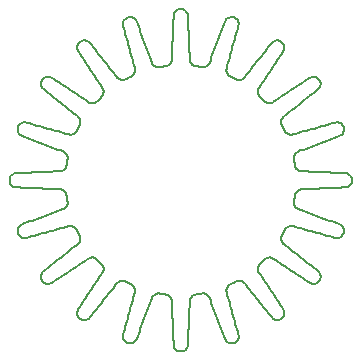
<source format=gbr>
G04 #@! TF.GenerationSoftware,KiCad,Pcbnew,5.0.2-bee76a0~70~ubuntu18.04.1*
G04 #@! TF.CreationDate,2019-11-11T21:51:23+01:00*
G04 #@! TF.ProjectId,BottomHeater,426f7474-6f6d-4486-9561-7465722e6b69,rev?*
G04 #@! TF.SameCoordinates,Original*
G04 #@! TF.FileFunction,Profile,NP*
%FSLAX46Y46*%
G04 Gerber Fmt 4.6, Leading zero omitted, Abs format (unit mm)*
G04 Created by KiCad (PCBNEW 5.0.2-bee76a0~70~ubuntu18.04.1) date Mo 11 Nov 2019 21:51:23 CET*
%MOMM*%
%LPD*%
G01*
G04 APERTURE LIST*
%ADD10C,0.150000*%
G04 APERTURE END LIST*
D10*
X110179726Y-99234595D02*
X110233596Y-99239395D01*
X110127266Y-99225195D02*
X110179726Y-99234595D01*
X110076446Y-99211345D02*
X110127266Y-99225195D01*
X110027486Y-99193245D02*
X110076446Y-99211345D01*
X109980606Y-99171115D02*
X110027486Y-99193245D01*
X109936016Y-99145145D02*
X109980606Y-99171115D01*
X109893946Y-99115535D02*
X109936016Y-99145145D01*
X107794332Y-88283276D02*
X107700232Y-88381156D01*
X107896118Y-88213146D02*
X107794332Y-88283276D01*
X108002991Y-88168876D02*
X107896118Y-88213146D01*
X108112346Y-88148576D02*
X108002991Y-88168876D01*
X104896282Y-91498966D02*
X104947882Y-91499646D01*
X104844692Y-91493866D02*
X104896282Y-91498966D01*
X104793402Y-91484166D02*
X104844692Y-91493866D01*
X114176735Y-100539688D02*
X114275355Y-100479238D01*
X114060180Y-100580818D02*
X114176735Y-100539688D01*
X113925696Y-100599428D02*
X114060180Y-100580818D01*
X113694940Y-99390561D02*
X113925696Y-99400641D01*
X113464185Y-99380481D02*
X113694940Y-99390561D01*
X108782676Y-104233077D02*
X108796016Y-104205287D01*
X108769246Y-104260827D02*
X108782676Y-104233077D01*
X108755736Y-104288537D02*
X108769246Y-104260827D01*
X108742126Y-104316197D02*
X108755736Y-104288537D01*
X108728436Y-104343807D02*
X108742126Y-104316197D01*
X108714656Y-104371387D02*
X108728436Y-104343807D01*
X108700796Y-104398927D02*
X108714656Y-104371387D01*
X108686846Y-104426407D02*
X108700796Y-104398927D01*
X108672806Y-104453857D02*
X108686846Y-104426407D01*
X108658686Y-104481247D02*
X108672806Y-104453857D01*
X91272982Y-94599922D02*
X91092129Y-94456135D01*
X91313762Y-94635442D02*
X91272982Y-94599922D01*
X91350662Y-94673892D02*
X91313762Y-94635442D01*
X91383632Y-94714972D02*
X91350662Y-94673892D01*
X91412612Y-94758392D02*
X91383632Y-94714972D01*
X91437532Y-94803852D02*
X91412612Y-94758392D01*
X91458342Y-94851072D02*
X91437532Y-94803852D01*
X91474972Y-94899752D02*
X91458342Y-94851072D01*
X91487382Y-94949602D02*
X91474972Y-94899752D01*
X91495482Y-95000332D02*
X91487382Y-94949602D01*
X91499182Y-95051632D02*
X91495482Y-95000332D01*
X91498502Y-95103232D02*
X91499182Y-95051632D01*
X91493402Y-95154822D02*
X91498502Y-95103232D01*
X91483702Y-95206122D02*
X91493402Y-95154822D01*
X91469452Y-95256832D02*
X91483702Y-95206122D01*
X91450542Y-95306652D02*
X91469452Y-95256832D01*
X91426932Y-95355312D02*
X91450542Y-95306652D01*
X90910292Y-103918006D02*
X90862672Y-103898736D01*
X90956092Y-103941256D02*
X90910292Y-103918006D01*
X90999812Y-103968376D02*
X90956092Y-103941256D01*
X91041172Y-103999236D02*
X90999812Y-103968376D01*
X91079892Y-104033706D02*
X91041172Y-103999236D01*
X91115712Y-104071676D02*
X91079892Y-104033706D01*
X91148362Y-104113016D02*
X91115712Y-104071676D01*
X91177562Y-104157596D02*
X91148362Y-104113016D01*
X91203042Y-104205296D02*
X91177562Y-104157596D01*
X91412292Y-104617576D02*
X91426932Y-104644696D01*
X91397732Y-104590396D02*
X91412292Y-104617576D01*
X91383272Y-104563186D02*
X91397732Y-104590396D01*
X91368882Y-104535916D02*
X91383272Y-104563186D01*
X104896302Y-108501008D02*
X104844712Y-108506108D01*
X104947892Y-108500349D02*
X104896302Y-108501008D01*
X104999202Y-108504149D02*
X104947892Y-108500349D01*
X105049922Y-108512249D02*
X104999202Y-108504149D01*
X105099772Y-108524649D02*
X105049922Y-108512249D01*
X105148452Y-108541279D02*
X105099772Y-108524649D01*
X105195672Y-108562089D02*
X105148452Y-108541279D01*
X105241132Y-108587009D02*
X105195672Y-108562089D01*
X105284552Y-108615979D02*
X105241132Y-108587009D01*
X105325632Y-108648949D02*
X105284552Y-108615979D01*
X105364082Y-108685849D02*
X105325632Y-108648949D01*
X105399602Y-108726629D02*
X105364082Y-108685849D01*
X105543388Y-108907393D02*
X105399602Y-108726629D01*
X105687174Y-109088156D02*
X105543388Y-108907393D01*
X93241238Y-108025063D02*
X93368722Y-107832456D01*
X93113753Y-108217671D02*
X93241238Y-108025063D01*
X92986269Y-108410278D02*
X93113753Y-108217671D01*
X92858784Y-108602886D02*
X92986269Y-108410278D01*
X92731300Y-108795493D02*
X92858784Y-108602886D01*
X92603816Y-108988101D02*
X92731300Y-108795493D01*
X92476331Y-109180708D02*
X92603816Y-108988101D01*
X92348847Y-109373316D02*
X92476331Y-109180708D01*
X92221363Y-109565923D02*
X92348847Y-109373316D01*
X92093878Y-109758530D02*
X92221363Y-109565923D01*
X91966394Y-109951138D02*
X92093878Y-109758530D01*
X91838910Y-110143745D02*
X91966394Y-109951138D01*
X91711425Y-110336353D02*
X91838910Y-110143745D01*
X91583941Y-110528960D02*
X91711425Y-110336353D01*
X91456456Y-110721568D02*
X91583941Y-110528960D01*
X91328972Y-110914175D02*
X91456456Y-110721568D01*
X89814943Y-102519983D02*
X90031292Y-102439093D01*
X89598594Y-102600873D02*
X89814943Y-102519983D01*
X89382246Y-102681763D02*
X89598594Y-102600873D01*
X89165897Y-102762653D02*
X89382246Y-102681763D01*
X88949548Y-102843543D02*
X89165897Y-102762653D01*
X88733200Y-102924433D02*
X88949548Y-102843543D01*
X88516851Y-103005323D02*
X88733200Y-102924433D01*
X88300502Y-103086213D02*
X88516851Y-103005323D01*
X88084153Y-103167103D02*
X88300502Y-103086213D01*
X87867805Y-103247993D02*
X88084153Y-103167103D01*
X87651456Y-103328883D02*
X87867805Y-103247993D01*
X87435107Y-103409773D02*
X87651456Y-103328883D01*
X87218758Y-103490663D02*
X87435107Y-103409773D01*
X87002409Y-103571553D02*
X87218758Y-103490663D01*
X86786061Y-103652443D02*
X87002409Y-103571553D01*
X86569712Y-103733333D02*
X86786061Y-103652443D01*
X102363392Y-109827444D02*
X102331052Y-109786464D01*
X102392272Y-109871494D02*
X102363392Y-109827444D01*
X102417442Y-109918474D02*
X102392272Y-109871494D01*
X102438612Y-109968234D02*
X102417442Y-109918474D01*
X102519502Y-110184583D02*
X102438612Y-109968234D01*
X102600392Y-110400931D02*
X102519502Y-110184583D01*
X102681282Y-110617280D02*
X102600392Y-110400931D01*
X102762172Y-110833628D02*
X102681282Y-110617280D01*
X102843062Y-111049977D02*
X102762172Y-110833628D01*
X102923952Y-111266325D02*
X102843062Y-111049977D01*
X103004842Y-111482674D02*
X102923952Y-111266325D01*
X103085732Y-111699022D02*
X103004842Y-111482674D01*
X103166622Y-111915371D02*
X103085732Y-111699022D01*
X103247512Y-112131719D02*
X103166622Y-111915371D01*
X103328402Y-112348068D02*
X103247512Y-112131719D01*
X92204716Y-111716744D02*
X92298816Y-111618864D01*
X92102930Y-111786874D02*
X92204716Y-111716744D01*
X91996057Y-111831144D02*
X92102930Y-111786874D01*
X91886702Y-111851444D02*
X91996057Y-111831144D01*
X91777472Y-111849644D02*
X91886702Y-111851444D01*
X91670971Y-111827684D02*
X91777472Y-111849644D01*
X91569802Y-111787424D02*
X91670971Y-111827684D01*
X91476572Y-111730764D02*
X91569802Y-111787424D01*
X91393882Y-111659604D02*
X91476572Y-111730764D01*
X91324332Y-111575824D02*
X91393882Y-111659604D01*
X91270532Y-111481324D02*
X91324332Y-111575824D01*
X91235092Y-111377990D02*
X91270532Y-111481324D01*
X91220622Y-111267715D02*
X91235092Y-111377990D01*
X108957876Y-96000753D02*
X108999236Y-96031613D01*
X108919156Y-95966283D02*
X108957876Y-96000753D01*
X108883336Y-95928323D02*
X108919156Y-95966283D01*
X108850686Y-95886983D02*
X108883336Y-95928323D01*
X108821486Y-95842403D02*
X108850686Y-95886983D01*
X108796006Y-95794703D02*
X108821486Y-95842403D01*
X93061782Y-93149442D02*
X93040162Y-93171412D01*
X93083472Y-93127542D02*
X93061782Y-93149442D01*
X93105232Y-93105712D02*
X93083472Y-93127542D01*
X93127062Y-93083952D02*
X93105232Y-93105712D01*
X93148962Y-93062262D02*
X93127062Y-93083952D01*
X93170932Y-93040632D02*
X93148962Y-93062262D01*
X93192962Y-93019082D02*
X93170932Y-93040632D01*
X93215062Y-92997592D02*
X93192962Y-93019082D01*
X93237232Y-92976182D02*
X93215062Y-92997592D01*
X93259472Y-92954842D02*
X93237232Y-92976182D01*
X93281782Y-92933562D02*
X93259472Y-92954842D01*
X92894122Y-93319747D02*
X92933102Y-93282257D01*
X92852582Y-93353127D02*
X92894122Y-93319747D01*
X92808762Y-93382357D02*
X92852582Y-93353127D01*
X92762952Y-93407397D02*
X92808762Y-93382357D01*
X92715462Y-93428217D02*
X92762952Y-93407397D01*
X92666602Y-93444787D02*
X92715462Y-93428217D01*
X92616652Y-93457097D02*
X92666602Y-93444787D01*
X92565902Y-93464997D02*
X92616652Y-93457097D01*
X92514662Y-93468597D02*
X92565902Y-93464997D01*
X92463222Y-93467826D02*
X92514662Y-93468597D01*
X106739576Y-107045157D02*
X106761816Y-107023817D01*
X106717266Y-107066437D02*
X106739576Y-107045157D01*
X107104946Y-106680252D02*
X107065966Y-106717742D01*
X107146486Y-106646872D02*
X107104946Y-106680252D01*
X107190306Y-106617642D02*
X107146486Y-106646872D01*
X107236106Y-106592602D02*
X107190306Y-106617642D01*
X107283596Y-106571782D02*
X107236106Y-106592602D01*
X107332456Y-106555212D02*
X107283596Y-106571782D01*
X107382406Y-106542902D02*
X107332456Y-106555212D01*
X88561445Y-92443137D02*
X88380682Y-92299351D01*
X88742208Y-92586922D02*
X88561445Y-92443137D01*
X88922971Y-92730708D02*
X88742208Y-92586922D01*
X89103735Y-92874494D02*
X88922971Y-92730708D01*
X89284498Y-93018279D02*
X89103735Y-92874494D01*
X89465261Y-93162065D02*
X89284498Y-93018279D01*
X89646024Y-93305850D02*
X89465261Y-93162065D01*
X89826787Y-93449636D02*
X89646024Y-93305850D01*
X90007550Y-93593422D02*
X89826787Y-93449636D01*
X90188313Y-93737207D02*
X90007550Y-93593422D01*
X90369076Y-93880993D02*
X90188313Y-93737207D01*
X90549840Y-94024779D02*
X90369076Y-93880993D01*
X90730603Y-94168564D02*
X90549840Y-94024779D01*
X90911366Y-94312350D02*
X90730603Y-94168564D01*
X91092129Y-94456135D02*
X90911366Y-94312350D01*
X111437612Y-107556863D02*
X111618376Y-107700649D01*
X111256848Y-107413078D02*
X111437612Y-107556863D01*
X111076085Y-107269292D02*
X111256848Y-107413078D01*
X110895321Y-107125506D02*
X111076085Y-107269292D01*
X110714557Y-106981721D02*
X110895321Y-107125506D01*
X110533794Y-106837935D02*
X110714557Y-106981721D01*
X110353030Y-106694149D02*
X110533794Y-106837935D01*
X110172266Y-106550364D02*
X110353030Y-106694149D01*
X109991502Y-106406578D02*
X110172266Y-106550364D01*
X109810739Y-106262792D02*
X109991502Y-106406578D01*
X90418632Y-101821852D02*
X90411232Y-101768282D01*
X90421232Y-101875082D02*
X90418632Y-101821852D01*
X90419132Y-101927712D02*
X90421232Y-101875082D01*
X90412432Y-101979482D02*
X90419132Y-101927712D01*
X90401372Y-102030132D02*
X90412432Y-101979482D01*
X90386052Y-102079412D02*
X90401372Y-102030132D01*
X90366632Y-102127042D02*
X90386052Y-102079412D01*
X90343252Y-102172782D02*
X90366632Y-102127042D01*
X90316052Y-102216352D02*
X90343252Y-102172782D01*
X90285192Y-102257512D02*
X90316052Y-102216352D01*
X90250812Y-102295992D02*
X90285192Y-102257512D01*
X90213062Y-102331532D02*
X90250812Y-102295992D01*
X90172082Y-102363872D02*
X90213062Y-102331532D01*
X90128032Y-102392752D02*
X90172082Y-102363872D01*
X90081052Y-102417922D02*
X90128032Y-102392752D01*
X90031292Y-102439093D02*
X90081052Y-102417922D01*
X107700176Y-111618845D02*
X107556390Y-111438082D01*
X108734044Y-111033910D02*
X108670044Y-110914166D01*
X108769294Y-111152385D02*
X108734044Y-111033910D01*
X108778394Y-111267708D02*
X108769294Y-111152385D01*
X108763904Y-111377981D02*
X108778394Y-111267708D01*
X108728464Y-111481315D02*
X108763904Y-111377981D01*
X108674664Y-111575815D02*
X108728464Y-111481315D01*
X108605114Y-111659595D02*
X108674664Y-111575815D01*
X108522424Y-111730755D02*
X108605114Y-111659595D01*
X90338312Y-98688226D02*
X90334212Y-98718776D01*
X90342512Y-98657686D02*
X90338312Y-98688226D01*
X90346812Y-98627166D02*
X90342512Y-98657686D01*
X90351212Y-98596656D02*
X90346812Y-98627166D01*
X90355712Y-98566166D02*
X90351212Y-98596656D01*
X90360312Y-98535676D02*
X90355712Y-98566166D01*
X90364912Y-98505206D02*
X90360312Y-98535676D01*
X90369712Y-98474756D02*
X90364912Y-98505206D01*
X90374612Y-98444316D02*
X90369712Y-98474756D01*
X90379512Y-98413896D02*
X90374612Y-98444316D01*
X90384512Y-98383496D02*
X90379512Y-98413896D01*
X90389712Y-98353106D02*
X90384512Y-98383496D01*
X90395012Y-98322736D02*
X90389712Y-98353106D01*
X90400312Y-98292376D02*
X90395012Y-98322736D01*
X90405712Y-98262036D02*
X90400312Y-98292376D01*
X90411212Y-98231716D02*
X90405712Y-98262036D01*
X103409292Y-112564416D02*
X103328402Y-112348068D01*
X103490182Y-112780765D02*
X103409292Y-112564416D01*
X103571072Y-112997113D02*
X103490182Y-112780765D01*
X103651962Y-113213462D02*
X103571072Y-112997113D01*
X103732852Y-113429810D02*
X103651962Y-113213462D01*
X104896928Y-113193047D02*
X104873028Y-113059375D01*
X104893828Y-113316626D02*
X104896928Y-113193047D01*
X104866828Y-113429118D02*
X104893828Y-113316626D01*
X104818978Y-113529527D02*
X104866828Y-113429118D01*
X104753338Y-113616857D02*
X104818978Y-113529527D01*
X92204772Y-88283275D02*
X92102983Y-88213145D01*
X92298872Y-88381155D02*
X92204772Y-88283275D01*
X91392721Y-89182140D02*
X91328981Y-89085840D01*
X91456461Y-89278440D02*
X91392721Y-89182140D01*
X91520201Y-89374740D02*
X91456461Y-89278440D01*
X91583941Y-89471040D02*
X91520201Y-89374740D01*
X91711425Y-89663647D02*
X91583941Y-89471040D01*
X91838910Y-89856255D02*
X91711425Y-89663647D01*
X91966394Y-90048862D02*
X91838910Y-89856255D01*
X92093878Y-90241469D02*
X91966394Y-90048862D01*
X92221363Y-90434077D02*
X92093878Y-90241469D01*
X92348847Y-90626684D02*
X92221363Y-90434077D01*
X92476331Y-90819291D02*
X92348847Y-90626684D01*
X92603816Y-91011899D02*
X92476331Y-90819291D01*
X92731300Y-91204506D02*
X92603816Y-91011899D01*
X92858785Y-91397114D02*
X92731300Y-91204506D01*
X92986269Y-91589721D02*
X92858785Y-91397114D01*
X93113753Y-91782328D02*
X92986269Y-91589721D01*
X93241238Y-91974936D02*
X93113753Y-91782328D01*
X93368644Y-92167562D02*
X93241238Y-91974936D01*
X93396454Y-92213942D02*
X93368644Y-92167562D01*
X93419674Y-92261912D02*
X93396454Y-92213942D01*
X103571082Y-87002887D02*
X103651972Y-86786539D01*
X103490192Y-87219236D02*
X103571082Y-87002887D01*
X103409302Y-87435584D02*
X103490192Y-87219236D01*
X91229722Y-111152394D02*
X91220622Y-111267715D01*
X91264962Y-111033917D02*
X91229722Y-111152394D01*
X91328972Y-110914175D02*
X91264962Y-111033917D01*
X92442658Y-111438082D02*
X92298872Y-111618845D01*
X92586443Y-111257318D02*
X92442658Y-111438082D01*
X92730229Y-111076555D02*
X92586443Y-111257318D01*
X92874014Y-110895791D02*
X92730229Y-111076555D01*
X93017800Y-110715028D02*
X92874014Y-110895791D01*
X93161586Y-110534264D02*
X93017800Y-110715028D01*
X93305371Y-110353501D02*
X93161586Y-110534264D01*
X93449157Y-110172737D02*
X93305371Y-110353501D01*
X93592943Y-109991974D02*
X93449157Y-110172737D01*
X93736728Y-109811210D02*
X93592943Y-109991974D01*
X96043852Y-86274703D02*
X95946122Y-86221603D01*
X96131822Y-86349843D02*
X96043852Y-86274703D01*
X96206952Y-86448003D02*
X96131822Y-86349843D01*
X96266192Y-86570190D02*
X96206952Y-86448003D01*
X95187672Y-87163232D02*
X95125942Y-86940657D01*
X95249402Y-87385807D02*
X95187672Y-87163232D01*
X95311132Y-87608382D02*
X95249402Y-87385807D01*
X95372862Y-87830958D02*
X95311132Y-87608382D01*
X95434592Y-88053533D02*
X95372862Y-87830958D01*
X95496322Y-88276108D02*
X95434592Y-88053533D01*
X95558052Y-88498683D02*
X95496322Y-88276108D01*
X95619782Y-88721258D02*
X95558052Y-88498683D01*
X95681512Y-88943833D02*
X95619782Y-88721258D01*
X95743242Y-89166408D02*
X95681512Y-88943833D01*
X95804972Y-89388983D02*
X95743242Y-89166408D01*
X95866702Y-89611559D02*
X95804972Y-89388983D01*
X95928432Y-89834134D02*
X95866702Y-89611559D01*
X95990162Y-90056709D02*
X95928432Y-89834134D01*
X96051892Y-90279284D02*
X95990162Y-90056709D01*
X96113622Y-90501859D02*
X96051892Y-90279284D01*
X96125882Y-90554563D02*
X96113752Y-90501853D01*
X96133082Y-90607363D02*
X96125882Y-90554563D01*
X96135582Y-90659973D02*
X96133082Y-90607363D01*
X96133482Y-90712133D02*
X96135582Y-90659973D01*
X96126882Y-90763563D02*
X96133482Y-90712133D01*
X96115962Y-90813993D02*
X96126882Y-90763563D01*
X96100812Y-90863153D02*
X96115962Y-90813993D01*
X90405672Y-101737954D02*
X90411172Y-101768274D01*
X90400172Y-101707614D02*
X90405672Y-101737954D01*
X90394872Y-101677254D02*
X90400172Y-101707614D01*
X90389572Y-101646884D02*
X90394872Y-101677254D01*
X90384372Y-101616494D02*
X90389572Y-101646884D01*
X90379372Y-101586094D02*
X90384372Y-101616494D01*
X90374472Y-101555674D02*
X90379372Y-101586094D01*
X90369572Y-101525234D02*
X90374472Y-101555674D01*
X90364872Y-101494784D02*
X90369572Y-101525234D01*
X90360172Y-101464314D02*
X90364872Y-101494784D01*
X90355572Y-101433834D02*
X90360172Y-101464314D01*
X90351072Y-101403334D02*
X90355572Y-101433834D01*
X90346672Y-101372824D02*
X90351072Y-101403334D01*
X90342372Y-101342304D02*
X90346672Y-101372824D01*
X90338172Y-101311764D02*
X90342372Y-101342304D01*
X90334072Y-101281214D02*
X90338172Y-101311764D01*
X104672968Y-113690117D02*
X104753338Y-113616857D01*
X104580928Y-113748317D02*
X104672968Y-113690117D01*
X104480284Y-113790437D02*
X104580928Y-113748317D01*
X104374099Y-113815497D02*
X104480284Y-113790437D01*
X104265434Y-113822497D02*
X104374099Y-113815497D01*
X104157350Y-113810467D02*
X104265434Y-113822497D01*
X104052912Y-113778397D02*
X104157350Y-113810467D01*
X103955182Y-113725297D02*
X104052912Y-113778397D01*
X103867222Y-113650157D02*
X103955182Y-113725297D01*
X103792092Y-113551997D02*
X103867222Y-113650157D01*
X103732852Y-113429810D02*
X103792092Y-113551997D01*
X104811362Y-112836767D02*
X104873092Y-113059342D01*
X93880514Y-109630447D02*
X93736728Y-109811210D01*
X94024300Y-109449683D02*
X93880514Y-109630447D01*
X94168085Y-109268920D02*
X94024300Y-109449683D01*
X94311871Y-109088156D02*
X94168085Y-109268920D01*
X94455656Y-108907393D02*
X94311871Y-109088156D01*
X94599442Y-108726629D02*
X94455656Y-108907393D01*
X94634982Y-108685744D02*
X94599462Y-108726524D01*
X94673432Y-108648844D02*
X94634982Y-108685744D01*
X94714512Y-108615874D02*
X94673432Y-108648844D01*
X94757932Y-108586894D02*
X94714512Y-108615874D01*
X94803392Y-108561974D02*
X94757932Y-108586894D01*
X94850612Y-108541164D02*
X94803392Y-108561974D01*
X94899292Y-108524544D02*
X94850612Y-108541164D01*
X98872372Y-109707229D02*
X98822972Y-109688959D01*
X98919552Y-109729569D02*
X98872372Y-109707229D01*
X98964302Y-109755739D02*
X98919552Y-109729569D01*
X99006432Y-109785539D02*
X98964302Y-109755739D01*
X99045732Y-109818729D02*
X99006432Y-109785539D01*
X99082002Y-109855109D02*
X99045732Y-109818729D01*
X99115042Y-109894439D02*
X99082002Y-109855109D01*
X99144642Y-109936509D02*
X99115042Y-109894439D01*
X99170612Y-109981099D02*
X99144642Y-109936509D01*
X99192742Y-110027979D02*
X99170612Y-109981099D01*
X99210832Y-110076939D02*
X99192742Y-110027979D01*
X99224692Y-110127759D02*
X99210832Y-110076939D01*
X99234092Y-110180209D02*
X99224692Y-110127759D01*
X99238822Y-110234079D02*
X99234092Y-110180209D01*
X99248902Y-110464835D02*
X99238822Y-110234079D01*
X90324562Y-98772011D02*
X90334062Y-98718771D01*
X90310562Y-98823431D02*
X90324562Y-98772011D01*
X90292282Y-98872831D02*
X90310562Y-98823431D01*
X90269952Y-98920011D02*
X90292282Y-98872831D01*
X90243782Y-98964771D02*
X90269952Y-98920011D01*
X90213982Y-99006901D02*
X90243782Y-98964771D01*
X90180792Y-99046201D02*
X90213982Y-99006901D01*
X90144422Y-99082471D02*
X90180792Y-99046201D01*
X90105092Y-99115521D02*
X90144422Y-99082471D01*
X90063022Y-99145121D02*
X90105092Y-99115521D01*
X90018432Y-99171091D02*
X90063022Y-99145121D01*
X89971552Y-99193221D02*
X90018432Y-99171091D01*
X89922592Y-99211311D02*
X89971552Y-99193221D01*
X89871772Y-99225171D02*
X89922592Y-99211311D01*
X89819312Y-99234571D02*
X89871772Y-99225171D01*
X109893966Y-100884488D02*
X109854636Y-100917538D01*
X109936036Y-100854878D02*
X109893966Y-100884488D01*
X109980626Y-100828908D02*
X109936036Y-100854878D01*
X110027506Y-100806778D02*
X109980626Y-100828908D01*
X110076466Y-100788688D02*
X110027506Y-100806778D01*
X110127286Y-100774828D02*
X110076466Y-100788688D01*
X110179736Y-100765428D02*
X110127286Y-100774828D01*
X110233606Y-100760698D02*
X110179736Y-100765428D01*
X95886442Y-108851150D02*
X95841862Y-108821950D01*
X95927782Y-108883800D02*
X95886442Y-108851150D01*
X95965752Y-108919620D02*
X95927782Y-108883800D01*
X96000232Y-108958340D02*
X95965752Y-108919620D01*
X96031092Y-108999700D02*
X96000232Y-108958340D01*
X96058212Y-109043420D02*
X96031092Y-108999700D01*
X96081472Y-109089220D02*
X96058212Y-109043420D01*
X96100742Y-109136840D02*
X96081472Y-109089220D01*
X96115892Y-109186000D02*
X96100742Y-109136840D01*
X96126822Y-109236430D02*
X96115892Y-109186000D01*
X96133422Y-109287860D02*
X96126822Y-109236430D01*
X96135522Y-109340020D02*
X96133422Y-109287860D01*
X96133022Y-109392630D02*
X96135522Y-109340020D01*
X96125722Y-109445430D02*
X96133022Y-109392630D01*
X96113682Y-109498140D02*
X96125722Y-109445430D01*
X109918126Y-102417913D02*
X109967886Y-102439103D01*
X109871146Y-102392753D02*
X109918126Y-102417913D01*
X109827086Y-102363873D02*
X109871146Y-102392753D01*
X109786116Y-102331533D02*
X109827086Y-102363873D01*
X109748366Y-102295993D02*
X109786116Y-102331533D01*
X109713986Y-102257513D02*
X109748366Y-102295993D01*
X109683126Y-102216363D02*
X109713986Y-102257513D01*
X89765442Y-99239302D02*
X89819312Y-99234571D01*
X89534686Y-99249372D02*
X89765442Y-99239302D01*
X89303931Y-99259452D02*
X89534686Y-99249372D01*
X89073175Y-99269532D02*
X89303931Y-99259452D01*
X88842419Y-99279612D02*
X89073175Y-99269532D01*
X88611664Y-99289692D02*
X88842419Y-99279612D01*
X88380908Y-99299772D02*
X88611664Y-99289692D01*
X88150153Y-99309852D02*
X88380908Y-99299772D01*
X87919397Y-99319932D02*
X88150153Y-99309852D01*
X87688641Y-99330012D02*
X87919397Y-99319932D01*
X87457886Y-99340092D02*
X87688641Y-99330012D01*
X87227130Y-99350172D02*
X87457886Y-99340092D01*
X86996374Y-99360252D02*
X87227130Y-99350172D01*
X86765619Y-99370332D02*
X86996374Y-99360252D01*
X86534863Y-99380412D02*
X86765619Y-99370332D01*
X86304108Y-99390492D02*
X86534863Y-99380412D01*
X86073352Y-99400572D02*
X86304108Y-99390492D01*
X97969392Y-109598170D02*
X97920112Y-109613490D01*
X98020042Y-109587110D02*
X97969392Y-109598170D01*
X98071812Y-109580410D02*
X98020042Y-109587110D01*
X98124442Y-109578310D02*
X98071812Y-109580410D01*
X98177672Y-109580910D02*
X98124442Y-109578310D01*
X98231242Y-109588310D02*
X98177672Y-109580910D01*
X98687752Y-109661410D02*
X98718302Y-109665510D01*
X98657212Y-109657210D02*
X98687752Y-109661410D01*
X98626692Y-109652910D02*
X98657212Y-109657210D01*
X98596182Y-109648510D02*
X98626692Y-109652910D01*
X98565682Y-109644010D02*
X98596182Y-109648510D01*
X109235966Y-96127333D02*
X109287396Y-96133933D01*
X109185536Y-96116413D02*
X109235966Y-96127333D01*
X109136376Y-96101263D02*
X109185536Y-96116413D01*
X109088756Y-96081993D02*
X109136376Y-96101263D01*
X109042956Y-96058733D02*
X109088756Y-96081993D01*
X108999236Y-96031613D02*
X109042956Y-96058733D01*
X93438334Y-92311172D02*
X93419674Y-92261912D01*
X93452484Y-92361412D02*
X93438334Y-92311172D01*
X93462184Y-92412352D02*
X93452484Y-92361412D01*
X93467384Y-92463692D02*
X93462184Y-92412352D01*
X93468182Y-92515122D02*
X93467384Y-92463692D01*
X93464582Y-92566362D02*
X93468182Y-92515122D01*
X93456582Y-92617112D02*
X93464582Y-92566362D01*
X93444302Y-92667062D02*
X93456582Y-92617112D01*
X93427732Y-92715922D02*
X93444302Y-92667062D01*
X93406912Y-92763402D02*
X93427732Y-92715922D01*
X93381872Y-92809202D02*
X93406912Y-92763402D01*
X93352652Y-92853032D02*
X93381872Y-92809202D01*
X93319272Y-92894582D02*
X93352652Y-92853032D01*
X93281782Y-92933562D02*
X93319272Y-92894582D01*
X92954362Y-93259962D02*
X92933082Y-93282272D01*
X92975702Y-93237722D02*
X92954362Y-93259962D01*
X92997112Y-93215542D02*
X92975702Y-93237722D01*
X93018602Y-93193442D02*
X92997112Y-93215542D01*
X93040162Y-93171412D02*
X93018602Y-93193442D01*
X86806492Y-104897387D02*
X86940151Y-104873527D01*
X86682926Y-104894287D02*
X86806492Y-104897387D01*
X86570444Y-104867277D02*
X86682926Y-104894287D01*
X86470048Y-104819427D02*
X86570444Y-104867277D01*
X86382728Y-104753787D02*
X86470048Y-104819427D01*
X86309478Y-104673417D02*
X86382728Y-104753787D01*
X86251288Y-104581387D02*
X86309478Y-104673417D01*
X86209168Y-104480750D02*
X86251288Y-104581387D01*
X86184108Y-104374574D02*
X86209168Y-104480750D01*
X86177108Y-104265919D02*
X86184108Y-104374574D01*
X86189128Y-104157846D02*
X86177108Y-104265919D01*
X86221188Y-104053413D02*
X86189128Y-104157846D01*
X86274278Y-103955683D02*
X86221188Y-104053413D01*
X104749632Y-112614192D02*
X104811362Y-112836767D01*
X104687902Y-112391617D02*
X104749632Y-112614192D01*
X104626172Y-112169042D02*
X104687902Y-112391617D01*
X104564452Y-111946466D02*
X104626172Y-112169042D01*
X104502722Y-111723891D02*
X104564452Y-111946466D01*
X104440992Y-111501316D02*
X104502722Y-111723891D01*
X104379262Y-111278741D02*
X104440992Y-111501316D01*
X104317532Y-111056166D02*
X104379262Y-111278741D01*
X104255802Y-110833591D02*
X104317532Y-111056166D01*
X104194072Y-110611016D02*
X104255802Y-110833591D01*
X104132352Y-110388441D02*
X104194072Y-110611016D01*
X104070622Y-110165865D02*
X104132352Y-110388441D01*
X104008892Y-109943290D02*
X104070622Y-110165865D01*
X103947162Y-109720715D02*
X104008892Y-109943290D01*
X103885432Y-109498140D02*
X103947162Y-109720715D01*
X94949142Y-108512134D02*
X94899292Y-108524544D01*
X94999872Y-108504034D02*
X94949142Y-108512134D01*
X95051172Y-108500334D02*
X94999872Y-108504034D01*
X95102772Y-108501014D02*
X95051172Y-108500334D01*
X95154362Y-108506114D02*
X95102772Y-108501014D01*
X95205652Y-108515814D02*
X95154362Y-108506114D01*
X95256362Y-108530064D02*
X95205652Y-108515814D01*
X95306182Y-108548974D02*
X95256362Y-108530064D01*
X95354832Y-108572594D02*
X95306182Y-108548974D01*
X95766442Y-108783134D02*
X95794232Y-108796474D01*
X95738692Y-108769704D02*
X95766442Y-108783134D01*
X95710982Y-108756194D02*
X95738692Y-108769704D01*
X95683322Y-108742584D02*
X95710982Y-108756194D01*
X106757810Y-108025063D02*
X106885295Y-108217671D01*
X106630404Y-107832447D02*
X106757810Y-108025063D01*
X106602594Y-107786067D02*
X106630404Y-107832447D01*
X106579374Y-107738097D02*
X106602594Y-107786067D01*
X106560714Y-107688837D02*
X106579374Y-107738097D01*
X106546564Y-107638597D02*
X106560714Y-107688837D01*
X106536864Y-107587657D02*
X106546564Y-107638597D01*
X106531664Y-107536317D02*
X106536864Y-107587657D01*
X106530866Y-107484887D02*
X106531664Y-107536317D01*
X106534466Y-107433647D02*
X106530866Y-107484887D01*
X106542466Y-107382897D02*
X106534466Y-107433647D01*
X106554746Y-107332947D02*
X106542466Y-107382897D01*
X85938869Y-100580832D02*
X86073352Y-100599442D01*
X85822313Y-100539702D02*
X85938869Y-100580832D01*
X85723693Y-100479252D02*
X85822313Y-100539702D01*
X85643003Y-100402712D02*
X85723693Y-100479252D01*
X85580243Y-100313302D02*
X85643003Y-100402712D01*
X85535413Y-100214232D02*
X85580243Y-100313302D01*
X85508513Y-100108729D02*
X85535413Y-100214232D01*
X85499513Y-100000007D02*
X85508513Y-100108729D01*
X85508513Y-99891286D02*
X85499513Y-100000007D01*
X85535413Y-99785782D02*
X85508513Y-99891286D01*
X85580243Y-99686712D02*
X85535413Y-99785782D01*
X85643003Y-99597302D02*
X85580243Y-99686712D01*
X85723693Y-99520762D02*
X85643003Y-99597302D01*
X85822313Y-99460312D02*
X85723693Y-99520762D01*
X85938868Y-99419182D02*
X85822313Y-99460312D01*
X86073352Y-99400572D02*
X85938868Y-99419182D01*
X111827222Y-108328541D02*
X111849182Y-108222034D01*
X111786962Y-108429715D02*
X111827222Y-108328541D01*
X111730312Y-108522945D02*
X111786962Y-108429715D01*
X111659142Y-108605645D02*
X111730312Y-108522945D01*
X111575362Y-108675195D02*
X111659142Y-108605645D01*
X111480862Y-108728995D02*
X111575362Y-108675195D01*
X111377523Y-108764435D02*
X111480862Y-108728995D01*
X111267243Y-108778915D02*
X111377523Y-108764435D01*
X111151920Y-108769815D02*
X111267243Y-108778915D01*
X111033440Y-108734565D02*
X111151920Y-108769815D01*
X110913696Y-108670545D02*
X111033440Y-108734565D01*
X111055691Y-104317945D02*
X110833116Y-104256215D01*
X111278266Y-104379675D02*
X111055691Y-104317945D01*
X111500841Y-104441405D02*
X111278266Y-104379675D01*
X111723416Y-104503135D02*
X111500841Y-104441405D01*
X111945991Y-104564865D02*
X111723416Y-104503135D01*
X112168566Y-104626595D02*
X111945991Y-104564865D01*
X112391141Y-104688325D02*
X112168566Y-104626595D01*
X112613716Y-104750055D02*
X112391141Y-104688325D01*
X112836291Y-104811785D02*
X112613716Y-104750055D01*
X113058866Y-104873515D02*
X112836291Y-104811785D01*
X108287623Y-89663647D02*
X108160139Y-89856255D01*
X108415107Y-89471040D02*
X108287623Y-89663647D01*
X108542592Y-89278432D02*
X108415107Y-89471040D01*
X108670076Y-89085825D02*
X108542592Y-89278432D01*
X105830960Y-109268920D02*
X105687174Y-109088156D01*
X105974745Y-109449683D02*
X105830960Y-109268920D01*
X106118531Y-109630447D02*
X105974745Y-109449683D01*
X106262317Y-109811210D02*
X106118531Y-109630447D01*
X106406103Y-109991974D02*
X106262317Y-109811210D01*
X106549889Y-110172737D02*
X106406103Y-109991974D01*
X106693675Y-110353501D02*
X106549889Y-110172737D01*
X106837461Y-110534264D02*
X106693675Y-110353501D01*
X106981247Y-110715028D02*
X106837461Y-110534264D01*
X107125032Y-110895791D02*
X106981247Y-110715028D01*
X107268818Y-111076555D02*
X107125032Y-110895791D01*
X107412604Y-111257318D02*
X107268818Y-111076555D01*
X107556390Y-111438082D02*
X107412604Y-111257318D01*
X86304108Y-100609438D02*
X86073352Y-100599358D01*
X86534863Y-100619518D02*
X86304108Y-100609438D01*
X86765619Y-100629598D02*
X86534863Y-100619518D01*
X86996374Y-100639678D02*
X86765619Y-100629598D01*
X87227130Y-100649758D02*
X86996374Y-100639678D01*
X87457886Y-100659828D02*
X87227130Y-100649758D01*
X87688641Y-100669908D02*
X87457886Y-100659828D01*
X87919397Y-100679988D02*
X87688641Y-100669908D01*
X88150153Y-100690068D02*
X87919397Y-100679988D01*
X88380908Y-100700148D02*
X88150153Y-100690068D01*
X88611664Y-100710228D02*
X88380908Y-100700148D01*
X88842419Y-100720308D02*
X88611664Y-100710228D01*
X89073175Y-100730388D02*
X88842419Y-100720308D01*
X89303931Y-100740468D02*
X89073175Y-100730388D01*
X89534686Y-100750548D02*
X89303931Y-100740468D01*
X111151912Y-91230209D02*
X111033430Y-91265459D01*
X111267238Y-91221109D02*
X111151912Y-91230209D01*
X111377518Y-91235589D02*
X111267238Y-91221109D01*
X111480856Y-91271029D02*
X111377518Y-91235589D01*
X111575366Y-91324829D02*
X111480856Y-91271029D01*
X109674476Y-98772035D02*
X109688466Y-98823455D01*
X109664976Y-98718785D02*
X109674476Y-98772035D01*
X109593376Y-98262045D02*
X109587876Y-98231725D01*
X93017800Y-89284973D02*
X93161586Y-89465736D01*
X92874014Y-89104209D02*
X93017800Y-89284973D01*
X92730229Y-88923446D02*
X92874014Y-89104209D01*
X92586443Y-88742682D02*
X92730229Y-88923446D01*
X92442658Y-88561919D02*
X92586443Y-88742682D01*
X92298872Y-88381155D02*
X92442658Y-88561919D01*
X91264994Y-88966090D02*
X91328994Y-89085834D01*
X91229744Y-88847615D02*
X91264994Y-88966090D01*
X91218074Y-88731546D02*
X91229744Y-88847615D01*
X91235144Y-88622019D02*
X91218074Y-88731546D01*
X91270584Y-88518685D02*
X91235144Y-88622019D01*
X91324384Y-88424185D02*
X91270584Y-88518685D01*
X91393934Y-88340405D02*
X91324384Y-88424185D01*
X91476624Y-88269245D02*
X91393934Y-88340405D01*
X91569854Y-88212585D02*
X91476624Y-88269245D01*
X91671024Y-88172335D02*
X91569854Y-88212585D01*
X91777525Y-88150375D02*
X91671024Y-88172335D01*
X91886755Y-88148575D02*
X91777525Y-88150375D01*
X91996111Y-88168875D02*
X91886755Y-88148575D01*
X92102983Y-88213145D02*
X91996111Y-88168875D01*
X103865632Y-90712139D02*
X103872232Y-90763569D01*
X103863532Y-90659979D02*
X103865632Y-90712139D01*
X103866032Y-90607369D02*
X103863532Y-90659979D01*
X91216392Y-95766912D02*
X91203052Y-95794702D01*
X91229822Y-95739162D02*
X91216392Y-95766912D01*
X91243332Y-95711452D02*
X91229822Y-95739162D01*
X91256942Y-95683792D02*
X91243332Y-95711452D01*
X91270632Y-95656182D02*
X91256942Y-95683792D01*
X91284402Y-95628612D02*
X91270632Y-95656182D01*
X91298262Y-95601072D02*
X91284402Y-95628612D01*
X91312212Y-95573592D02*
X91298262Y-95601072D01*
X91326252Y-95546142D02*
X91312212Y-95573592D01*
X91340372Y-95518752D02*
X91326252Y-95546142D01*
X91354582Y-95491402D02*
X91340372Y-95518752D01*
X91368882Y-95464092D02*
X91354582Y-95491402D01*
X91383262Y-95436832D02*
X91368882Y-95464092D01*
X91397732Y-95409612D02*
X91383262Y-95436832D01*
X91412292Y-95382442D02*
X91397732Y-95409612D01*
X91426932Y-95355312D02*
X91412292Y-95382442D01*
X107433156Y-106535002D02*
X107382406Y-106542902D01*
X107484396Y-106531402D02*
X107433156Y-106535002D01*
X107535836Y-106532173D02*
X107484396Y-106531402D01*
X107587176Y-106537373D02*
X107535836Y-106532173D01*
X107638116Y-106546973D02*
X107587176Y-106537373D01*
X107688366Y-106561113D02*
X107638116Y-106546973D01*
X107737626Y-106579773D02*
X107688366Y-106561113D01*
X107785606Y-106602993D02*
X107737626Y-106579773D01*
X107831986Y-106630803D02*
X107785606Y-106602993D01*
X108024593Y-106758287D02*
X107831986Y-106630803D01*
X108217200Y-106885771D02*
X108024593Y-106758287D01*
X108409807Y-107013255D02*
X108217200Y-106885771D01*
X100580354Y-114060676D02*
X100598954Y-113926180D01*
X100539224Y-114177239D02*
X100580354Y-114060676D01*
X100478784Y-114275869D02*
X100539224Y-114177239D01*
X100402244Y-114356569D02*
X100478784Y-114275869D01*
X100312834Y-114419329D02*
X100402244Y-114356569D01*
X100213764Y-114464159D02*
X100312834Y-114419329D01*
X100108254Y-114491059D02*
X100213764Y-114464159D01*
X99999528Y-114500059D02*
X100108254Y-114491059D01*
X99890801Y-114491059D02*
X99999528Y-114500059D01*
X99785292Y-114464159D02*
X99890801Y-114491059D01*
X99686222Y-114419329D02*
X99785292Y-114464159D01*
X99596812Y-114356559D02*
X99686222Y-114419329D01*
X91177572Y-95842355D02*
X91203052Y-95794655D01*
X91148372Y-95886935D02*
X91177572Y-95842355D01*
X91115722Y-95928265D02*
X91148372Y-95886935D01*
X91079902Y-95966235D02*
X91115722Y-95928265D01*
X91041182Y-96000705D02*
X91079902Y-95966235D01*
X90999822Y-96031565D02*
X91041182Y-96000705D01*
X90956102Y-96058685D02*
X90999822Y-96031565D01*
X90910302Y-96081945D02*
X90956102Y-96058685D01*
X90862682Y-96101215D02*
X90910302Y-96081945D01*
X90813522Y-96116365D02*
X90862682Y-96101215D01*
X90763092Y-96127295D02*
X90813522Y-96116365D01*
X90711662Y-96133895D02*
X90763092Y-96127295D01*
X90659502Y-96135995D02*
X90711662Y-96133895D01*
X90606892Y-96133495D02*
X90659502Y-96135995D01*
X90554092Y-96126195D02*
X90606892Y-96133495D01*
X89765452Y-100760604D02*
X89534686Y-100750548D01*
X89819322Y-100765404D02*
X89765452Y-100760604D01*
X89871782Y-100774804D02*
X89819322Y-100765404D01*
X89922602Y-100788664D02*
X89871782Y-100774804D01*
X89971562Y-100806754D02*
X89922602Y-100788664D01*
X90018442Y-100828884D02*
X89971562Y-100806754D01*
X90063032Y-100854854D02*
X90018442Y-100828884D01*
X90105102Y-100884464D02*
X90063032Y-100854854D01*
X90144432Y-100917504D02*
X90105102Y-100884464D01*
X90180802Y-100953774D02*
X90144432Y-100917504D01*
X90213992Y-100993074D02*
X90180802Y-100953774D01*
X90243792Y-101035204D02*
X90213992Y-100993074D01*
X90269972Y-101079964D02*
X90243792Y-101035204D01*
X90292302Y-101127144D02*
X90269972Y-101079964D01*
X90310582Y-101176544D02*
X90292302Y-101127144D01*
X90324572Y-101227964D02*
X90310582Y-101176544D01*
X90334072Y-101281214D02*
X90324572Y-101227964D01*
X110464362Y-100750618D02*
X110233606Y-100760698D01*
X110695117Y-100740538D02*
X110464362Y-100750618D01*
X110925873Y-100730458D02*
X110695117Y-100740538D01*
X111156628Y-100720378D02*
X110925873Y-100730458D01*
X111387384Y-100710298D02*
X111156628Y-100720378D01*
X111618140Y-100700218D02*
X111387384Y-100710298D01*
X111848895Y-100690138D02*
X111618140Y-100700218D01*
X112079651Y-100680058D02*
X111848895Y-100690138D01*
X104071202Y-108883806D02*
X104033242Y-108919626D01*
X104112542Y-108851156D02*
X104071202Y-108883806D01*
X104157122Y-108821956D02*
X104112542Y-108851156D01*
X104204822Y-108796476D02*
X104157122Y-108821956D01*
X104617102Y-108587236D02*
X104644222Y-108572596D01*
X104589922Y-108601796D02*
X104617102Y-108587236D01*
X104562712Y-108616256D02*
X104589922Y-108601796D01*
X104535442Y-108630646D02*
X104562712Y-108616256D01*
X104508132Y-108644946D02*
X104535442Y-108630646D01*
X104480782Y-108659156D02*
X104508132Y-108644946D01*
X104453382Y-108673276D02*
X104480782Y-108659156D01*
X104425942Y-108687316D02*
X104453382Y-108673276D01*
X100669502Y-87689118D02*
X100679582Y-87919873D01*
X100659422Y-87458362D02*
X100669502Y-87689118D01*
X93170932Y-106959365D02*
X93192962Y-106980925D01*
X93148962Y-106937745D02*
X93170932Y-106959365D01*
X93127062Y-106916055D02*
X93148962Y-106937745D01*
X93105232Y-106894295D02*
X93127062Y-106916055D01*
X93083472Y-106872465D02*
X93105232Y-106894295D01*
X93061782Y-106850565D02*
X93083472Y-106872465D01*
X93040152Y-106828605D02*
X93061782Y-106850565D01*
X93018602Y-106806565D02*
X93040152Y-106828605D01*
X92997112Y-106784455D02*
X93018602Y-106806565D01*
X92975702Y-106762285D02*
X92997112Y-106784455D01*
X92954362Y-106740035D02*
X92975702Y-106762285D01*
X92933082Y-106717735D02*
X92954362Y-106740035D01*
X93319403Y-107105416D02*
X93281913Y-107066436D01*
X96051952Y-109720715D02*
X96113682Y-109498140D01*
X95990222Y-109943290D02*
X96051952Y-109720715D01*
X95928492Y-110165865D02*
X95990222Y-109943290D01*
X95866762Y-110388441D02*
X95928492Y-110165865D01*
X95805032Y-110611016D02*
X95866762Y-110388441D01*
X95743302Y-110833591D02*
X95805032Y-110611016D01*
X95681572Y-111056166D02*
X95743302Y-110833591D01*
X95619842Y-111278741D02*
X95681572Y-111056166D01*
X95558112Y-111501316D02*
X95619842Y-111278741D01*
X95496382Y-111723891D02*
X95558112Y-111501316D01*
X95434652Y-111946466D02*
X95496382Y-111723891D01*
X95372922Y-112169042D02*
X95434652Y-111946466D01*
X95311192Y-112391617D02*
X95372922Y-112169042D01*
X95249462Y-112614192D02*
X95311192Y-112391617D01*
X95187732Y-112836767D02*
X95249462Y-112614192D01*
X95126002Y-113059342D02*
X95187732Y-112836767D01*
X96081542Y-90910773D02*
X96100812Y-90863153D01*
X96058282Y-90956573D02*
X96081542Y-90910773D01*
X96031162Y-91000293D02*
X96058282Y-90956573D01*
X96000302Y-91041653D02*
X96031162Y-91000293D01*
X95965822Y-91080373D02*
X96000302Y-91041653D01*
X95927852Y-91116203D02*
X95965822Y-91080373D01*
X95886512Y-91148843D02*
X95927852Y-91116203D01*
X95841922Y-91178043D02*
X95886512Y-91148843D01*
X95794222Y-91203523D02*
X95841922Y-91178043D01*
X95381942Y-91412753D02*
X95354822Y-91427393D01*
X95409122Y-91398193D02*
X95381942Y-91412753D01*
X95436332Y-91383733D02*
X95409122Y-91398193D01*
X95463602Y-91369343D02*
X95436332Y-91383733D01*
X95490912Y-91355043D02*
X95463602Y-91369343D01*
X95518262Y-91340833D02*
X95490912Y-91355043D01*
X95545662Y-91326703D02*
X95518262Y-91340833D01*
X95573102Y-91312673D02*
X95545662Y-91326703D01*
X95600592Y-91298723D02*
X95573102Y-91312673D01*
X95628122Y-91284863D02*
X95600592Y-91298723D01*
X95655692Y-91271093D02*
X95628122Y-91284863D01*
X95683312Y-91257403D02*
X95655692Y-91271093D01*
X95710972Y-91243803D02*
X95683312Y-91257403D01*
X95738682Y-91230293D02*
X95710972Y-91243803D01*
X95766432Y-91216873D02*
X95738682Y-91230293D01*
X95794222Y-91203523D02*
X95766432Y-91216873D01*
X95306172Y-91451062D02*
X95354822Y-91427442D01*
X91092129Y-105543864D02*
X91272892Y-105400078D01*
X90911366Y-105687649D02*
X91092129Y-105543864D01*
X90730603Y-105831435D02*
X90911366Y-105687649D01*
X90549839Y-105975221D02*
X90730603Y-105831435D01*
X90369076Y-106119006D02*
X90549839Y-105975221D01*
X90188313Y-106262792D02*
X90369076Y-106119006D01*
X90007550Y-106406578D02*
X90188313Y-106262792D01*
X89826787Y-106550364D02*
X90007550Y-106406578D01*
X89646024Y-106694149D02*
X89826787Y-106550364D01*
X89465261Y-106837935D02*
X89646024Y-106694149D01*
X89284498Y-106981721D02*
X89465261Y-106837935D01*
X89103734Y-107125506D02*
X89284498Y-106981721D01*
X88922971Y-107269292D02*
X89103734Y-107125506D01*
X88742208Y-107413078D02*
X88922971Y-107269292D01*
X88561445Y-107556863D02*
X88742208Y-107413078D01*
X88380682Y-107700649D02*
X88561445Y-107556863D01*
X97398652Y-89599069D02*
X97479542Y-89815418D01*
X97317762Y-89382721D02*
X97398652Y-89599069D01*
X97236872Y-89166372D02*
X97317762Y-89382721D01*
X97155982Y-88950024D02*
X97236872Y-89166372D01*
X97075092Y-88733675D02*
X97155982Y-88950024D01*
X96994202Y-88517327D02*
X97075092Y-88733675D01*
X96913312Y-88300978D02*
X96994202Y-88517327D01*
X96832422Y-88084630D02*
X96913312Y-88300978D01*
X96751532Y-87868281D02*
X96832422Y-88084630D01*
X96670642Y-87651933D02*
X96751532Y-87868281D01*
X96589752Y-87435584D02*
X96670642Y-87651933D01*
X96508862Y-87219236D02*
X96589752Y-87435584D01*
X96427972Y-87002887D02*
X96508862Y-87219236D01*
X96347082Y-86786539D02*
X96427972Y-87002887D01*
X96266192Y-86570190D02*
X96347082Y-86786539D01*
X95102108Y-86806952D02*
X95125998Y-86940623D01*
X95105208Y-86683373D02*
X95102108Y-86806952D01*
X95132208Y-86570881D02*
X95105208Y-86683373D01*
X95180058Y-86470473D02*
X95132208Y-86570881D01*
X95245698Y-86383143D02*
X95180058Y-86470473D01*
X95326068Y-86309883D02*
X95245698Y-86383143D01*
X95418108Y-86251683D02*
X95326068Y-86309883D01*
X95518752Y-86209563D02*
X95418108Y-86251683D01*
X95624936Y-86184503D02*
X95518752Y-86209563D01*
X95733601Y-86177503D02*
X95624936Y-86184503D01*
X95841684Y-86189533D02*
X95733601Y-86177503D01*
X95946122Y-86221603D02*
X95841684Y-86189533D01*
X99520272Y-114275859D02*
X99596812Y-114356559D01*
X99459822Y-114177229D02*
X99520272Y-114275859D01*
X99418702Y-114060665D02*
X99459822Y-114177229D01*
X99400092Y-113926170D02*
X99418702Y-114060665D01*
X100608962Y-113695414D02*
X100598882Y-113926170D01*
X100619042Y-113464659D02*
X100608962Y-113695414D01*
X100629122Y-113233903D02*
X100619042Y-113464659D01*
X100639202Y-113003147D02*
X100629122Y-113233903D01*
X100649282Y-112772392D02*
X100639202Y-113003147D01*
X100659352Y-112541636D02*
X100649282Y-112772392D01*
X100669432Y-112310880D02*
X100659352Y-112541636D01*
X100679512Y-112080125D02*
X100669432Y-112310880D01*
X99418690Y-85939321D02*
X99400090Y-86073817D01*
X99459820Y-85822758D02*
X99418690Y-85939321D01*
X99520260Y-85724128D02*
X99459820Y-85822758D01*
X99596800Y-85643428D02*
X99520260Y-85724128D01*
X99686210Y-85580668D02*
X99596800Y-85643428D01*
X99785280Y-85535838D02*
X99686210Y-85580668D01*
X99890790Y-85508938D02*
X99785280Y-85535838D01*
X99999516Y-85499938D02*
X99890790Y-85508938D01*
X100108243Y-85508938D02*
X99999516Y-85499938D01*
X100213752Y-85535838D02*
X100108243Y-85508938D01*
X100312822Y-85580668D02*
X100213752Y-85535838D01*
X100402232Y-85643438D02*
X100312822Y-85580668D01*
X100478772Y-85724138D02*
X100402232Y-85643438D01*
X100539222Y-85822768D02*
X100478772Y-85724138D01*
X100580342Y-85939332D02*
X100539222Y-85822768D01*
X100598952Y-86073827D02*
X100580342Y-85939332D01*
X99390082Y-86304583D02*
X99400162Y-86073827D01*
X99380012Y-86535339D02*
X99390082Y-86304583D01*
X99369932Y-86766094D02*
X99380012Y-86535339D01*
X99359852Y-86996850D02*
X99369932Y-86766094D01*
X99349772Y-87227606D02*
X99359852Y-86996850D01*
X99339692Y-87458362D02*
X99349772Y-87227606D01*
X99329612Y-87689118D02*
X99339692Y-87458362D01*
X99319532Y-87919873D02*
X99329612Y-87689118D01*
X99309452Y-88150629D02*
X99319532Y-87919873D01*
X99299372Y-88381385D02*
X99309452Y-88150629D01*
X99289292Y-88612141D02*
X99299372Y-88381385D01*
X99279212Y-88842897D02*
X99289292Y-88612141D01*
X99269132Y-89073653D02*
X99279212Y-88842897D01*
X99259052Y-89304408D02*
X99269132Y-89073653D01*
X99248972Y-89535164D02*
X99259052Y-89304408D01*
X99238892Y-89765927D02*
X99248972Y-89535164D01*
X99234092Y-89819797D02*
X99238892Y-89765927D01*
X99224692Y-89872257D02*
X99234092Y-89819797D01*
X99210832Y-89923077D02*
X99224692Y-89872257D01*
X99192742Y-89972037D02*
X99210832Y-89923077D01*
X99170612Y-90018917D02*
X99192742Y-89972037D01*
X99144642Y-90063507D02*
X99170612Y-90018917D01*
X99115042Y-90105577D02*
X99144642Y-90063507D01*
X99082002Y-90144907D02*
X99115042Y-90105577D01*
X99045732Y-90181277D02*
X99082002Y-90144907D01*
X99006432Y-90214477D02*
X99045732Y-90181277D01*
X98964312Y-90244277D02*
X99006432Y-90214477D01*
X98919552Y-90270447D02*
X98964312Y-90244277D01*
X98872372Y-90292777D02*
X98919552Y-90270447D01*
X98822972Y-90311057D02*
X98872372Y-90292777D01*
X98771552Y-90325047D02*
X98822972Y-90311057D01*
X98718312Y-90334547D02*
X98771552Y-90325047D01*
X98261572Y-90406247D02*
X98231252Y-90411747D01*
X98291912Y-90400747D02*
X98261572Y-90406247D01*
X98322272Y-90395447D02*
X98291912Y-90400747D01*
X98352642Y-90390147D02*
X98322272Y-90395447D01*
X98383032Y-90384947D02*
X98352642Y-90390147D01*
X98413432Y-90379947D02*
X98383032Y-90384947D01*
X98443862Y-90375047D02*
X98413432Y-90379947D01*
X98474292Y-90370147D02*
X98443862Y-90375047D01*
X98504742Y-90365347D02*
X98474292Y-90370147D01*
X98535212Y-90360647D02*
X98504742Y-90365347D01*
X98565692Y-90356047D02*
X98535212Y-90360647D01*
X98596192Y-90351547D02*
X98565692Y-90356047D01*
X98626702Y-90347147D02*
X98596192Y-90351547D01*
X98657222Y-90342847D02*
X98626702Y-90347147D01*
X98687762Y-90338647D02*
X98657222Y-90342847D01*
X98718312Y-90334547D02*
X98687762Y-90338647D01*
X98177672Y-90419106D02*
X98231242Y-90411706D01*
X98124442Y-90421706D02*
X98177672Y-90419106D01*
X98071812Y-90419606D02*
X98124442Y-90421706D01*
X98020042Y-90412906D02*
X98071812Y-90419606D01*
X97969392Y-90401846D02*
X98020042Y-90412906D01*
X97920112Y-90386526D02*
X97969392Y-90401846D01*
X97872482Y-90367106D02*
X97920112Y-90386526D01*
X97826742Y-90343726D02*
X97872482Y-90367106D01*
X97783172Y-90316526D02*
X97826742Y-90343726D01*
X97742012Y-90285666D02*
X97783172Y-90316526D01*
X97703532Y-90251286D02*
X97742012Y-90285666D01*
X97667992Y-90213536D02*
X97703532Y-90251286D01*
X97635652Y-90172556D02*
X97667992Y-90213536D01*
X97606772Y-90128506D02*
X97635652Y-90172556D01*
X97581602Y-90081526D02*
X97606772Y-90128506D01*
X97560432Y-90031766D02*
X97581602Y-90081526D01*
X97479542Y-89815418D02*
X97560432Y-90031766D01*
X92411882Y-93462626D02*
X92463222Y-93467826D01*
X92360942Y-93453026D02*
X92411882Y-93462626D01*
X92310692Y-93438886D02*
X92360942Y-93453026D01*
X92261432Y-93420226D02*
X92310692Y-93438886D01*
X92213452Y-93397006D02*
X92261432Y-93420226D01*
X92167062Y-93369196D02*
X92213452Y-93397006D01*
X91974455Y-93241712D02*
X92167062Y-93369196D01*
X91781848Y-93114228D02*
X91974455Y-93241712D01*
X91589241Y-92986744D02*
X91781848Y-93114228D01*
X91396635Y-92859261D02*
X91589241Y-92986744D01*
X91204028Y-92731777D02*
X91396635Y-92859261D01*
X91011421Y-92604293D02*
X91204028Y-92731777D01*
X90818814Y-92476809D02*
X91011421Y-92604293D01*
X90626207Y-92349325D02*
X90818814Y-92476809D01*
X90433600Y-92221841D02*
X90626207Y-92349325D01*
X90240993Y-92094357D02*
X90433600Y-92221841D01*
X90048386Y-91966873D02*
X90240993Y-92094357D01*
X89855779Y-91839390D02*
X90048386Y-91966873D01*
X89663173Y-91711906D02*
X89855779Y-91839390D01*
X89470566Y-91584422D02*
X89663173Y-91711906D01*
X89277959Y-91456938D02*
X89470566Y-91584422D01*
X89085352Y-91329454D02*
X89277959Y-91456938D01*
X106560626Y-92311153D02*
X106546486Y-92361393D01*
X106579296Y-92261893D02*
X106560626Y-92311153D01*
X106602516Y-92213923D02*
X106579296Y-92261893D01*
X106630326Y-92167543D02*
X106602516Y-92213923D01*
X111850976Y-91887225D02*
X111849176Y-91777991D01*
X111830676Y-91996581D02*
X111850976Y-91887225D01*
X111786406Y-92103460D02*
X111830676Y-91996581D01*
X111716266Y-92205251D02*
X111786406Y-92103460D01*
X111618376Y-92299351D02*
X111716266Y-92205251D01*
X107001936Y-93215544D02*
X106980446Y-93193434D01*
X107023346Y-93237714D02*
X107001936Y-93215544D01*
X107044686Y-93259954D02*
X107023346Y-93237714D01*
X107065966Y-93282264D02*
X107044686Y-93259954D01*
X104749582Y-87385807D02*
X104687852Y-87608382D01*
X104811312Y-87163232D02*
X104749582Y-87385807D01*
X104873042Y-86940657D02*
X104811312Y-87163232D01*
X113233429Y-99370401D02*
X113464185Y-99380481D01*
X113002673Y-99360321D02*
X113233429Y-99370401D01*
X112771918Y-99350241D02*
X113002673Y-99360321D01*
X112541162Y-99340161D02*
X112771918Y-99350241D01*
X112310407Y-99330081D02*
X112541162Y-99340161D01*
X112079651Y-99320001D02*
X112310407Y-99330081D01*
X111848895Y-99309921D02*
X112079651Y-99320001D01*
X106757810Y-91974936D02*
X106630326Y-92167543D01*
X106885295Y-91782328D02*
X106757810Y-91974936D01*
X107012779Y-91589721D02*
X106885295Y-91782328D01*
X107140263Y-91397114D02*
X107012779Y-91589721D01*
X111618140Y-99299841D02*
X111848895Y-99309921D01*
X111387384Y-99289761D02*
X111618140Y-99299841D01*
X111156628Y-99279681D02*
X111387384Y-99289761D01*
X110925873Y-99269601D02*
X111156628Y-99279681D01*
X110695117Y-99259521D02*
X110925873Y-99269601D01*
X110464362Y-99249441D02*
X110695117Y-99259521D01*
X110233596Y-99239395D02*
X110464362Y-99249441D01*
X100828432Y-90018900D02*
X100854402Y-90063490D01*
X100806302Y-89972020D02*
X100828432Y-90018900D01*
X106679645Y-92894583D02*
X106717135Y-92933563D01*
X106646265Y-92853033D02*
X106679645Y-92894583D01*
X106617045Y-92809213D02*
X106646265Y-92853033D01*
X106592005Y-92763403D02*
X106617045Y-92809213D01*
X104157357Y-86189557D02*
X104052919Y-86221627D01*
X104265440Y-86177527D02*
X104157357Y-86189557D01*
X104374105Y-86184527D02*
X104265440Y-86177527D01*
X110610541Y-95805445D02*
X110833116Y-95743715D01*
X110387966Y-95867175D02*
X110610541Y-95805445D01*
X110165391Y-95928905D02*
X110387966Y-95867175D01*
X109942816Y-95990635D02*
X110165391Y-95928905D01*
X109720241Y-96052365D02*
X109942816Y-95990635D01*
X109497666Y-96114095D02*
X109720241Y-96052365D01*
X111945991Y-95435075D02*
X112168566Y-95373345D01*
X111723416Y-95496805D02*
X111945991Y-95435075D01*
X111500841Y-95558535D02*
X111723416Y-95496805D01*
X111278266Y-95620265D02*
X111500841Y-95558535D01*
X111055691Y-95681985D02*
X111278266Y-95620265D01*
X110833116Y-95743715D02*
X111055691Y-95681985D01*
X109634176Y-98505215D02*
X109629476Y-98474765D01*
X109638876Y-98535685D02*
X109634176Y-98505215D01*
X109643476Y-98566165D02*
X109638876Y-98535685D01*
X109647976Y-98596665D02*
X109643476Y-98566165D01*
X109652376Y-98627175D02*
X109647976Y-98596665D01*
X109656676Y-98657695D02*
X109652376Y-98627175D01*
X109660876Y-98688235D02*
X109656676Y-98657695D01*
X103898302Y-90863159D02*
X103917572Y-90910779D01*
X103883152Y-90813999D02*
X103898302Y-90863159D01*
X103872232Y-90763569D02*
X103883152Y-90813999D01*
X113616332Y-95246207D02*
X113529012Y-95180567D01*
X113689582Y-95326577D02*
X113616332Y-95246207D01*
X113747772Y-95418607D02*
X113689582Y-95326577D01*
X113789892Y-95519245D02*
X113747772Y-95418607D01*
X113814952Y-95625423D02*
X113789892Y-95519245D01*
X113821952Y-95734079D02*
X113814952Y-95625423D01*
X110616802Y-97318237D02*
X110400454Y-97399127D01*
X110833151Y-97237347D02*
X110616802Y-97318237D01*
X111049500Y-97156457D02*
X110833151Y-97237347D01*
X111265848Y-97075567D02*
X111049500Y-97156457D01*
X111482197Y-96994677D02*
X111265848Y-97075567D01*
X111698546Y-96913787D02*
X111482197Y-96994677D01*
X111914895Y-96832897D02*
X111698546Y-96913787D01*
X104379212Y-88721258D02*
X104317482Y-88943833D01*
X104440942Y-88498683D02*
X104379212Y-88721258D01*
X104502672Y-88276108D02*
X104440942Y-88498683D01*
X113551479Y-103792585D02*
X113429318Y-103733335D01*
X113649629Y-103867725D02*
X113551479Y-103792585D01*
X113724749Y-103955685D02*
X113649629Y-103867725D01*
X113777839Y-104053415D02*
X113724749Y-103955685D01*
X113809899Y-104157848D02*
X113777839Y-104053415D01*
X113821919Y-104265921D02*
X113809899Y-104157848D01*
X113814919Y-104374576D02*
X113821919Y-104265921D01*
X108511746Y-94949611D02*
X108503646Y-95000331D01*
X108524146Y-94899761D02*
X108511746Y-94949611D01*
X108540786Y-94851081D02*
X108524146Y-94899761D01*
X108561596Y-94803861D02*
X108540786Y-94851081D01*
X108586516Y-94758391D02*
X108561596Y-94803861D01*
X104008842Y-90056709D02*
X103947112Y-90279284D01*
X104070572Y-89834134D02*
X104008842Y-90056709D01*
X104132302Y-89611559D02*
X104070572Y-89834134D01*
X107587166Y-93462673D02*
X107638106Y-93452973D01*
X107535826Y-93467873D02*
X107587166Y-93462673D01*
X107484396Y-93468674D02*
X107535826Y-93467873D01*
X107433156Y-93465074D02*
X107484396Y-93468674D01*
X101874602Y-90421689D02*
X101927232Y-90419489D01*
X101821372Y-90419089D02*
X101874602Y-90421689D01*
X101767802Y-90411689D02*
X101821372Y-90419089D01*
X108586756Y-95382423D02*
X108572116Y-95355303D01*
X108601316Y-95409603D02*
X108586756Y-95382423D01*
X108615776Y-95436813D02*
X108601316Y-95409603D01*
X108630166Y-95464083D02*
X108615776Y-95436813D01*
X95655712Y-108728894D02*
X95683322Y-108742584D01*
X95628132Y-108715124D02*
X95655712Y-108728894D01*
X95600592Y-108701264D02*
X95628132Y-108715124D01*
X95573112Y-108687314D02*
X95600592Y-108701264D01*
X95545662Y-108673274D02*
X95573112Y-108687314D01*
X95518272Y-108659154D02*
X95545662Y-108673274D01*
X95490922Y-108644944D02*
X95518272Y-108659154D01*
X95463612Y-108630644D02*
X95490922Y-108644944D01*
X95436352Y-108616264D02*
X95463612Y-108630644D01*
X95409132Y-108601794D02*
X95436352Y-108616264D01*
X95381962Y-108587234D02*
X95409132Y-108601794D01*
X95354832Y-108572594D02*
X95381962Y-108587234D01*
X95841862Y-108821950D02*
X95794152Y-108796470D01*
X112836291Y-95188165D02*
X113058866Y-95126435D01*
X112613716Y-95249885D02*
X112836291Y-95188165D01*
X112391141Y-95311615D02*
X112613716Y-95249885D01*
X112168566Y-95373345D02*
X112391141Y-95311615D01*
X101311292Y-90338589D02*
X101280742Y-90334489D01*
X108540716Y-105148907D02*
X108561526Y-105196127D01*
X108524086Y-105100227D02*
X108540716Y-105148907D01*
X108511676Y-105050377D02*
X108524086Y-105100227D01*
X108503576Y-104999647D02*
X108511676Y-105050377D01*
X108499876Y-104948347D02*
X108503576Y-104999647D01*
X108500556Y-104896747D02*
X108499876Y-104948347D01*
X108505656Y-104845157D02*
X108500556Y-104896747D01*
X108515356Y-104793867D02*
X108505656Y-104845157D01*
X108529606Y-104743157D02*
X108515356Y-104793867D01*
X108548506Y-104693337D02*
X108529606Y-104743157D01*
X108572116Y-104644687D02*
X108548506Y-104693337D01*
X109629975Y-106119006D02*
X109810739Y-106262792D01*
X109449211Y-105975221D02*
X109629975Y-106119006D01*
X109268447Y-105831435D02*
X109449211Y-105975221D01*
X109087683Y-105687649D02*
X109268447Y-105831435D01*
X108906920Y-105543864D02*
X109087683Y-105687649D01*
X108726086Y-105400057D02*
X108906920Y-105543864D01*
X108685306Y-105364537D02*
X108726086Y-105400057D01*
X108648396Y-105326087D02*
X108685306Y-105364537D01*
X108615426Y-105285007D02*
X108648396Y-105326087D01*
X108586446Y-105241587D02*
X108615426Y-105285007D01*
X108561526Y-105196127D02*
X108586446Y-105241587D01*
X100750142Y-89535164D02*
X100760222Y-89765920D01*
X100740062Y-89304408D02*
X100750142Y-89535164D01*
X105687174Y-90911844D02*
X105830960Y-90731081D01*
X105543388Y-91092608D02*
X105687174Y-90911844D01*
X105399592Y-91273456D02*
X105543388Y-91092608D01*
X105364072Y-91314236D02*
X105399592Y-91273456D01*
X103873192Y-109445446D02*
X103885322Y-109498156D01*
X103865992Y-109392646D02*
X103873192Y-109445446D01*
X103863492Y-109340026D02*
X103865992Y-109392646D01*
X103865592Y-109287866D02*
X103863492Y-109340026D01*
X103872192Y-109236436D02*
X103865592Y-109287866D01*
X103883112Y-109186006D02*
X103872192Y-109236436D01*
X103898262Y-109136846D02*
X103883112Y-109186006D01*
X103917532Y-109089226D02*
X103898262Y-109136846D01*
X103940792Y-109043426D02*
X103917532Y-109089226D01*
X103967912Y-108999706D02*
X103940792Y-109043426D01*
X103998772Y-108958346D02*
X103967912Y-108999706D01*
X104033242Y-108919626D02*
X103998772Y-108958346D01*
X104508122Y-91355046D02*
X104480772Y-91340836D01*
X104535432Y-91369346D02*
X104508122Y-91355046D01*
X104562692Y-91383726D02*
X104535432Y-91369346D01*
X111659146Y-91394379D02*
X111575366Y-91324829D01*
X111730306Y-91477079D02*
X111659146Y-91394379D01*
X111786966Y-91570309D02*
X111730306Y-91477079D01*
X111827216Y-91671485D02*
X111786966Y-91570309D01*
X111849176Y-91777991D02*
X111827216Y-91671485D01*
X110895321Y-92874494D02*
X110714557Y-93018279D01*
X111076085Y-92730708D02*
X110895321Y-92874494D01*
X111256848Y-92586922D02*
X111076085Y-92730708D01*
X111437612Y-92443137D02*
X111256848Y-92586922D01*
X111618376Y-92299351D02*
X111437612Y-92443137D01*
X112131243Y-96752007D02*
X111914895Y-96832897D01*
X112347592Y-96671117D02*
X112131243Y-96752007D01*
X112563941Y-96590227D02*
X112347592Y-96671117D01*
X112780290Y-96509337D02*
X112563941Y-96590227D01*
X112996639Y-96428447D02*
X112780290Y-96509337D01*
X113212987Y-96347557D02*
X112996639Y-96428447D01*
X113429336Y-96266667D02*
X113212987Y-96347557D01*
X108515305Y-95206121D02*
X108529545Y-95256831D01*
X108505605Y-95154831D02*
X108515305Y-95206121D01*
X108500505Y-95103231D02*
X108505605Y-95154831D01*
X108499846Y-95051641D02*
X108500505Y-95103231D01*
X108503646Y-95000331D02*
X108499846Y-95051641D01*
X100709822Y-88612141D02*
X100719902Y-88842897D01*
X100699742Y-88381385D02*
X100709822Y-88612141D01*
X100689662Y-88150629D02*
X100699742Y-88381385D01*
X100679582Y-87919873D02*
X100689662Y-88150629D01*
X104425932Y-91312676D02*
X104398452Y-91298726D01*
X104453382Y-91326716D02*
X104425932Y-91312676D01*
X104480772Y-91340836D02*
X104453382Y-91326716D01*
X106837461Y-89465736D02*
X106981247Y-89284973D01*
X106693675Y-89646500D02*
X106837461Y-89465736D01*
X106549889Y-89827263D02*
X106693675Y-89646500D01*
X106406103Y-90008027D02*
X106549889Y-89827263D01*
X104564402Y-88053533D02*
X104502672Y-88276108D01*
X104626122Y-87830958D02*
X104564402Y-88053533D01*
X104687852Y-87608382D02*
X104626122Y-87830958D01*
X106571185Y-92715923D02*
X106592005Y-92763403D01*
X106554615Y-92667053D02*
X106571185Y-92715923D01*
X106542315Y-92617103D02*
X106554615Y-92667053D01*
X106534415Y-92566353D02*
X106542315Y-92617103D01*
X104194022Y-89388983D02*
X104132302Y-89611559D01*
X104255752Y-89166408D02*
X104194022Y-89388983D01*
X104317482Y-88943833D02*
X104255752Y-89166408D01*
X113192564Y-95102607D02*
X113058902Y-95126477D01*
X113316131Y-95105707D02*
X113192564Y-95102607D01*
X113428611Y-95132707D02*
X113316131Y-95105707D01*
X113529012Y-95180567D02*
X113428611Y-95132707D01*
X100729982Y-89073653D02*
X100740062Y-89304408D01*
X100719902Y-88842897D02*
X100729982Y-89073653D01*
X100649352Y-87227606D02*
X100659422Y-87458362D01*
X100639272Y-86996850D02*
X100649352Y-87227606D01*
X104071252Y-91116199D02*
X104112582Y-91148849D01*
X104033282Y-91080379D02*
X104071252Y-91116199D01*
X103998812Y-91041659D02*
X104033282Y-91080379D01*
X102392272Y-90128379D02*
X102417432Y-90081399D01*
X102363392Y-90172439D02*
X102392272Y-90128379D01*
X102331052Y-90213409D02*
X102363392Y-90172439D01*
X106262317Y-90188790D02*
X106406103Y-90008027D01*
X106118531Y-90369554D02*
X106262317Y-90188790D01*
X105974745Y-90550317D02*
X106118531Y-90369554D01*
X105830960Y-90731081D02*
X105974745Y-90550317D01*
X109950662Y-91966873D02*
X110143269Y-91839390D01*
X109758055Y-92094357D02*
X109950662Y-91966873D01*
X109565448Y-92221841D02*
X109758055Y-92094357D01*
X109372841Y-92349325D02*
X109565448Y-92221841D01*
X104742692Y-91469916D02*
X104793402Y-91484166D01*
X104692872Y-91451016D02*
X104742692Y-91469916D01*
X104644212Y-91427406D02*
X104692872Y-91451016D01*
X103328412Y-87651933D02*
X103409302Y-87435584D01*
X103247522Y-87868281D02*
X103328412Y-87651933D01*
X103166632Y-88084630D02*
X103247522Y-87868281D01*
X105049912Y-91487846D02*
X105099762Y-91475436D01*
X104999182Y-91495946D02*
X105049912Y-91487846D01*
X104947882Y-91499646D02*
X104999182Y-91495946D01*
X104893832Y-86683407D02*
X104866832Y-86570916D01*
X104896932Y-86806985D02*
X104893832Y-86683407D01*
X104873042Y-86940657D02*
X104896932Y-86806985D01*
X108221576Y-88150376D02*
X108112346Y-88148576D01*
X108328077Y-88172336D02*
X108221576Y-88150376D01*
X108429246Y-88212586D02*
X108328077Y-88172336D01*
X108522476Y-88269236D02*
X108429246Y-88212586D01*
X100609032Y-86304583D02*
X100619112Y-86535339D01*
X100598952Y-86073827D02*
X100609032Y-86304583D01*
X108409807Y-92986744D02*
X108602413Y-92859261D01*
X108217200Y-93114228D02*
X108409807Y-92986744D01*
X108024593Y-93241712D02*
X108217200Y-93114228D01*
X107831976Y-93369153D02*
X108024593Y-93241712D01*
X103651972Y-86786539D02*
X103732862Y-86570190D01*
X90501382Y-96114144D02*
X90554092Y-96126195D01*
X90278807Y-96052414D02*
X90501382Y-96114144D01*
X90056232Y-95990684D02*
X90278807Y-96052414D01*
X89833657Y-95928954D02*
X90056232Y-95990684D01*
X89611082Y-95867224D02*
X89833657Y-95928954D01*
X89388507Y-95805494D02*
X89611082Y-95867224D01*
X89165932Y-95743764D02*
X89388507Y-95805494D01*
X88943357Y-95682034D02*
X89165932Y-95743764D01*
X88720782Y-95620314D02*
X88943357Y-95682034D01*
X88498207Y-95558584D02*
X88720782Y-95620314D01*
X88275632Y-95496854D02*
X88498207Y-95558584D01*
X88053057Y-95435124D02*
X88275632Y-95496854D01*
X87830482Y-95373394D02*
X88053057Y-95435124D01*
X87607907Y-95311664D02*
X87830482Y-95373394D01*
X87385332Y-95249934D02*
X87607907Y-95311664D01*
X87162757Y-95188214D02*
X87385332Y-95249934D01*
X86940182Y-95126484D02*
X87162757Y-95188214D01*
X109339546Y-103864005D02*
X109287386Y-103866105D01*
X109392156Y-103866505D02*
X109339546Y-103864005D01*
X109444956Y-103873805D02*
X109392156Y-103866505D01*
X109497666Y-103885845D02*
X109444956Y-103873805D01*
X109720241Y-103947575D02*
X109497666Y-103885845D01*
X109942816Y-104009305D02*
X109720241Y-103947575D01*
X110165391Y-104071035D02*
X109942816Y-104009305D01*
X110387966Y-104132765D02*
X110165391Y-104071035D01*
X110610541Y-104194485D02*
X110387966Y-104132765D01*
X110833116Y-104256215D02*
X110610541Y-104194485D01*
X93352783Y-107146966D02*
X93319403Y-107105416D01*
X93382003Y-107190786D02*
X93352783Y-107146966D01*
X93407043Y-107236596D02*
X93382003Y-107190786D01*
X93427863Y-107284076D02*
X93407043Y-107236596D01*
X93444433Y-107332946D02*
X93427863Y-107284076D01*
X93456733Y-107382896D02*
X93444433Y-107332946D01*
X93464633Y-107433646D02*
X93456733Y-107382896D01*
X93468233Y-107484886D02*
X93464633Y-107433646D01*
X93467462Y-107536326D02*
X93468233Y-107484886D01*
X93462262Y-107587666D02*
X93467462Y-107536326D01*
X93452562Y-107638606D02*
X93462262Y-107587666D01*
X93438422Y-107688846D02*
X93452562Y-107638606D01*
X93419752Y-107738106D02*
X93438422Y-107688846D01*
X93396532Y-107786076D02*
X93419752Y-107738106D01*
X93368722Y-107832456D02*
X93396532Y-107786076D01*
X104398452Y-108701266D02*
X104425942Y-108687316D01*
X104370922Y-108715126D02*
X104398452Y-108701266D01*
X104343352Y-108728906D02*
X104370922Y-108715126D01*
X104315732Y-108742596D02*
X104343352Y-108728906D01*
X104288072Y-108756196D02*
X104315732Y-108742596D01*
X104260362Y-108769706D02*
X104288072Y-108756196D01*
X104232612Y-108783126D02*
X104260362Y-108769706D01*
X104204822Y-108796476D02*
X104232612Y-108783126D01*
X104692882Y-108548948D02*
X104644222Y-108572568D01*
X104742702Y-108530048D02*
X104692882Y-108548948D01*
X104793412Y-108515808D02*
X104742702Y-108530048D01*
X104844712Y-108506108D02*
X104793412Y-108515808D01*
X99258982Y-110695590D02*
X99248902Y-110464835D01*
X99269062Y-110926346D02*
X99258982Y-110695590D01*
X99279142Y-111157102D02*
X99269062Y-110926346D01*
X99289222Y-111387857D02*
X99279142Y-111157102D01*
X99299302Y-111618613D02*
X99289222Y-111387857D01*
X99309382Y-111849369D02*
X99299302Y-111618613D01*
X99319462Y-112080125D02*
X99309382Y-111849369D01*
X99329542Y-112310880D02*
X99319462Y-112080125D01*
X99339622Y-112541636D02*
X99329542Y-112310880D01*
X99349702Y-112772392D02*
X99339622Y-112541636D01*
X99359782Y-113003147D02*
X99349702Y-112772392D01*
X99369862Y-113233903D02*
X99359782Y-113003147D01*
X99379942Y-113464659D02*
X99369862Y-113233903D01*
X99390012Y-113695414D02*
X99379942Y-113464659D01*
X99400092Y-113926170D02*
X99390012Y-113695414D01*
X86349398Y-103867723D02*
X86274278Y-103955683D01*
X86447548Y-103792583D02*
X86349398Y-103867723D01*
X86569712Y-103733333D02*
X86447548Y-103792583D01*
X87162757Y-104811845D02*
X86940182Y-104873575D01*
X87385332Y-104750115D02*
X87162757Y-104811845D01*
X87607907Y-104688385D02*
X87385332Y-104750115D01*
X87830482Y-104626655D02*
X87607907Y-104688385D01*
X88053057Y-104564925D02*
X87830482Y-104626655D01*
X88275632Y-104503195D02*
X88053057Y-104564925D01*
X88498207Y-104441465D02*
X88275632Y-104503195D01*
X88720782Y-104379735D02*
X88498207Y-104441465D01*
X88943357Y-104318005D02*
X88720782Y-104379735D01*
X89165932Y-104256275D02*
X88943357Y-104318005D01*
X114490535Y-99891271D02*
X114463635Y-99785768D01*
X114499535Y-99999993D02*
X114490535Y-99891271D01*
X114490535Y-100108714D02*
X114499535Y-99999993D01*
X114463635Y-100214218D02*
X114490535Y-100108714D01*
X114418805Y-100313288D02*
X114463635Y-100214218D01*
X114356045Y-100402698D02*
X114418805Y-100313288D01*
X114275355Y-100479238D02*
X114356045Y-100402698D01*
X86447572Y-96207410D02*
X86569737Y-96266660D01*
X86349422Y-96132270D02*
X86447572Y-96207410D01*
X86274292Y-96044310D02*
X86349422Y-96132270D01*
X86221202Y-95946580D02*
X86274292Y-96044310D01*
X86189142Y-95842146D02*
X86221202Y-95946580D01*
X86177122Y-95734072D02*
X86189142Y-95842146D01*
X86184122Y-95625415D02*
X86177122Y-95734072D01*
X86209192Y-95519238D02*
X86184122Y-95625415D01*
X86251322Y-95418604D02*
X86209192Y-95519238D01*
X86309502Y-95326574D02*
X86251322Y-95418604D01*
X86382752Y-95246204D02*
X86309502Y-95326574D01*
X86470072Y-95180564D02*
X86382752Y-95246204D01*
X86570473Y-95132714D02*
X86470072Y-95180564D01*
X86682953Y-95105704D02*
X86570473Y-95132714D01*
X86806521Y-95102604D02*
X86682953Y-95105704D01*
X86940182Y-95126484D02*
X86806521Y-95102604D01*
X100689592Y-111849369D02*
X100679512Y-112080125D01*
X100699672Y-111618613D02*
X100689592Y-111849369D01*
X100709752Y-111387857D02*
X100699672Y-111618613D01*
X100719832Y-111157102D02*
X100709752Y-111387857D01*
X100729912Y-110926346D02*
X100719832Y-111157102D01*
X100739992Y-110695590D02*
X100729912Y-110926346D01*
X100750072Y-110464835D02*
X100739992Y-110695590D01*
X100760152Y-110234072D02*
X100750072Y-110464835D01*
X100764952Y-110180202D02*
X100760152Y-110234072D01*
X100774352Y-110127742D02*
X100764952Y-110180202D01*
X100788212Y-110076922D02*
X100774352Y-110127742D01*
X100806302Y-110027962D02*
X100788212Y-110076922D01*
X100828432Y-109981082D02*
X100806302Y-110027962D01*
X100854402Y-109936492D02*
X100828432Y-109981082D01*
X100884002Y-109894422D02*
X100854402Y-109936492D01*
X111033430Y-91265459D02*
X110913687Y-91329479D01*
X95256342Y-91469962D02*
X95306172Y-91451062D01*
X95205632Y-91484202D02*
X95256342Y-91469962D01*
X95154342Y-91493902D02*
X95205632Y-91484202D01*
X95102742Y-91499002D02*
X95154342Y-91493902D01*
X95051152Y-91499661D02*
X95102742Y-91499002D01*
X94999842Y-91495861D02*
X95051152Y-91499661D01*
X94949122Y-91487761D02*
X94999842Y-91495861D01*
X94899272Y-91475361D02*
X94949122Y-91487761D01*
X94850592Y-91458731D02*
X94899272Y-91475361D01*
X94803372Y-91437921D02*
X94850592Y-91458731D01*
X94757912Y-91413001D02*
X94803372Y-91437921D01*
X94714492Y-91384021D02*
X94757912Y-91413001D01*
X94673412Y-91351051D02*
X94714492Y-91384021D01*
X94634962Y-91314151D02*
X94673412Y-91351051D01*
X94599442Y-91273371D02*
X94634962Y-91314151D01*
X94455656Y-91092608D02*
X94599442Y-91273371D01*
X94311871Y-90911844D02*
X94455656Y-91092608D01*
X94168085Y-90731081D02*
X94311871Y-90911844D01*
X94024300Y-90550317D02*
X94168085Y-90731081D01*
X93880514Y-90369554D02*
X94024300Y-90550317D01*
X93736728Y-90188790D02*
X93880514Y-90369554D01*
X93592943Y-90008027D02*
X93736728Y-90188790D01*
X93449157Y-89827263D02*
X93592943Y-90008027D01*
X93305371Y-89646500D02*
X93449157Y-89827263D01*
X93161586Y-89465736D02*
X93305371Y-89646500D01*
X96206957Y-113551964D02*
X96266197Y-113429779D01*
X96131817Y-113650124D02*
X96206957Y-113551964D01*
X96043857Y-113725264D02*
X96131817Y-113650124D01*
X95946127Y-113778374D02*
X96043857Y-113725264D01*
X95841688Y-113810444D02*
X95946127Y-113778374D01*
X95733605Y-113822474D02*
X95841688Y-113810444D01*
X95624939Y-113815474D02*
X95733605Y-113822474D01*
X95518755Y-113790404D02*
X95624939Y-113815474D01*
X95418112Y-113748274D02*
X95518755Y-113790404D01*
X95326072Y-113690084D02*
X95418112Y-113748274D01*
X95245702Y-113616824D02*
X95326072Y-113690084D01*
X95180062Y-113529494D02*
X95245702Y-113616824D01*
X95132212Y-113429085D02*
X95180062Y-113529494D01*
X95105212Y-113316593D02*
X95132212Y-113429085D01*
X88965631Y-108734509D02*
X89085371Y-108670519D01*
X88847159Y-108769749D02*
X88965631Y-108734509D01*
X88731842Y-108778849D02*
X88847159Y-108769749D01*
X88621571Y-108764359D02*
X88731842Y-108778849D01*
X88518242Y-108728919D02*
X88621571Y-108764359D01*
X88423742Y-108675119D02*
X88518242Y-108728919D01*
X88339962Y-108605569D02*
X88423742Y-108675119D01*
X88268802Y-108522879D02*
X88339962Y-108605569D01*
X88212152Y-108429649D02*
X88268802Y-108522879D01*
X88171902Y-108328483D02*
X88212152Y-108429649D01*
X88149942Y-108221988D02*
X88171902Y-108328483D01*
X88148142Y-108112760D02*
X88149942Y-108221988D01*
X88168432Y-108003409D02*
X88148142Y-108112760D01*
X100917042Y-109855092D02*
X100884002Y-109894422D01*
X100953312Y-109818722D02*
X100917042Y-109855092D01*
X100992612Y-109785522D02*
X100953312Y-109818722D01*
X101034732Y-109755732D02*
X100992612Y-109785522D01*
X101079492Y-109729552D02*
X101034732Y-109755732D01*
X101126672Y-109707222D02*
X101079492Y-109729552D01*
X101176072Y-109688942D02*
X101126672Y-109707222D01*
X101227492Y-109674952D02*
X101176072Y-109688942D01*
X101280732Y-109665452D02*
X101227492Y-109674952D01*
X101737472Y-109593752D02*
X101767792Y-109588252D01*
X88212692Y-107896538D02*
X88168432Y-108003409D01*
X88282812Y-107794749D02*
X88212692Y-107896538D01*
X88380682Y-107700649D02*
X88282812Y-107794749D01*
X89277959Y-108543061D02*
X89085352Y-108670545D01*
X89470566Y-108415577D02*
X89277959Y-108543061D01*
X89663173Y-108288093D02*
X89470566Y-108415577D01*
X89855779Y-108160610D02*
X89663173Y-108288093D01*
X90048386Y-108033126D02*
X89855779Y-108160610D01*
X90240993Y-107905642D02*
X90048386Y-108033126D01*
X90433600Y-107778158D02*
X90240993Y-107905642D01*
X90626207Y-107650674D02*
X90433600Y-107778158D01*
X90818814Y-107523190D02*
X90626207Y-107650674D01*
X91011421Y-107395706D02*
X90818814Y-107523190D01*
X91354582Y-104508606D02*
X91368882Y-104535916D01*
X91340372Y-104481256D02*
X91354582Y-104508606D01*
X91326252Y-104453856D02*
X91340372Y-104481256D01*
X91312212Y-104426416D02*
X91326252Y-104453856D01*
X91298262Y-104398926D02*
X91312212Y-104426416D01*
X91284402Y-104371396D02*
X91298262Y-104398926D01*
X91270622Y-104343826D02*
X91284402Y-104371396D01*
X91256932Y-104316206D02*
X91270622Y-104343826D01*
X91243322Y-104288546D02*
X91256932Y-104316206D01*
X91229812Y-104260836D02*
X91243322Y-104288546D01*
X91216392Y-104233086D02*
X91229812Y-104260836D01*
X91203042Y-104205296D02*
X91216392Y-104233086D01*
X91450593Y-104693358D02*
X91426973Y-104644698D01*
X107001926Y-106784457D02*
X107023346Y-106762277D01*
X106980446Y-106806557D02*
X107001926Y-106784457D01*
X106958886Y-106828587D02*
X106980446Y-106806557D01*
X106937266Y-106850557D02*
X106958886Y-106828587D01*
X106915576Y-106872457D02*
X106937266Y-106850557D01*
X106893816Y-106894287D02*
X106915576Y-106872457D01*
X106871986Y-106916047D02*
X106893816Y-106894287D01*
X106850086Y-106937737D02*
X106871986Y-106916047D01*
X106828116Y-106959367D02*
X106850086Y-106937737D01*
X106806086Y-106980917D02*
X106828116Y-106959367D01*
X106783986Y-107002407D02*
X106806086Y-106980917D01*
X106761816Y-107023817D02*
X106783986Y-107002407D01*
X98535202Y-109639410D02*
X98565682Y-109644010D01*
X98504732Y-109634710D02*
X98535202Y-109639410D01*
X98474282Y-109629910D02*
X98504732Y-109634710D01*
X98443842Y-109625010D02*
X98474282Y-109629910D01*
X98413422Y-109620110D02*
X98443842Y-109625010D01*
X98383022Y-109615110D02*
X98413422Y-109620110D01*
X98352632Y-109609910D02*
X98383022Y-109615110D01*
X98322262Y-109604610D02*
X98352632Y-109609910D01*
X98291902Y-109599310D02*
X98322262Y-109604610D01*
X98261562Y-109593810D02*
X98291902Y-109599310D01*
X98231242Y-109588310D02*
X98261562Y-109593810D01*
X98771552Y-109674969D02*
X98718312Y-109665469D01*
X98822972Y-109688959D02*
X98771552Y-109674969D01*
X108287623Y-110336353D02*
X108415107Y-110528960D01*
X108160139Y-110143745D02*
X108287623Y-110336353D01*
X108032654Y-109951138D02*
X108160139Y-110143745D01*
X107905170Y-109758530D02*
X108032654Y-109951138D01*
X107777685Y-109565923D02*
X107905170Y-109758530D01*
X107650201Y-109373316D02*
X107777685Y-109565923D01*
X107522717Y-109180708D02*
X107650201Y-109373316D01*
X107395232Y-108988101D02*
X107522717Y-109180708D01*
X107267748Y-108795493D02*
X107395232Y-108988101D01*
X107140263Y-108602886D02*
X107267748Y-108795493D01*
X107012779Y-108410278D02*
X107140263Y-108602886D01*
X106885295Y-108217671D02*
X107012779Y-108410278D01*
X88282787Y-92205195D02*
X88380657Y-92299295D01*
X88212667Y-92103408D02*
X88282787Y-92205195D01*
X88168407Y-91996538D02*
X88212667Y-92103408D01*
X88148107Y-91887185D02*
X88168407Y-91996538D01*
X88149907Y-91777957D02*
X88148107Y-91887185D01*
X88171867Y-91671459D02*
X88149907Y-91777957D01*
X88212117Y-91570294D02*
X88171867Y-91671459D01*
X88268777Y-91477064D02*
X88212117Y-91570294D01*
X88339937Y-91394374D02*
X88268777Y-91477064D01*
X88423717Y-91324824D02*
X88339937Y-91394374D01*
X88518217Y-91271024D02*
X88423717Y-91324824D01*
X88621549Y-91235584D02*
X88518217Y-91271024D01*
X88731820Y-91221104D02*
X88621549Y-91235584D01*
X88847138Y-91230204D02*
X88731820Y-91221104D01*
X88965612Y-91265444D02*
X88847138Y-91230204D01*
X89085352Y-91329454D02*
X88965612Y-91265444D01*
X97236862Y-110833628D02*
X97155972Y-111049977D01*
X97317752Y-110617280D02*
X97236862Y-110833628D01*
X97398642Y-110400931D02*
X97317752Y-110617280D01*
X97479532Y-110184583D02*
X97398642Y-110400931D01*
X97560422Y-109968260D02*
X97479532Y-110184583D01*
X97581612Y-109918500D02*
X97560422Y-109968260D01*
X97606772Y-109871520D02*
X97581612Y-109918500D01*
X97635652Y-109827460D02*
X97606772Y-109871520D01*
X97667992Y-109786490D02*
X97635652Y-109827460D01*
X97703532Y-109748740D02*
X97667992Y-109786490D01*
X97742012Y-109714360D02*
X97703532Y-109748740D01*
X97783162Y-109683500D02*
X97742012Y-109714360D01*
X97826742Y-109656300D02*
X97783162Y-109683500D01*
X97872482Y-109632910D02*
X97826742Y-109656300D01*
X97920112Y-109613490D02*
X97872482Y-109632910D01*
X100884002Y-90105560D02*
X100917042Y-90144890D01*
X100854402Y-90063490D02*
X100884002Y-90105560D01*
X107785586Y-93396963D02*
X107831976Y-93369153D01*
X107737616Y-93420173D02*
X107785586Y-93396963D01*
X107688346Y-93438823D02*
X107737616Y-93420173D01*
X107638106Y-93452973D02*
X107688346Y-93438823D01*
X95102112Y-113193015D02*
X95105212Y-113316593D01*
X95126002Y-113059342D02*
X95102112Y-113193015D01*
X96347072Y-113213462D02*
X96266182Y-113429810D01*
X96427962Y-112997113D02*
X96347072Y-113213462D01*
X96508852Y-112780765D02*
X96427962Y-112997113D01*
X96589742Y-112564416D02*
X96508852Y-112780765D01*
X96670632Y-112348068D02*
X96589742Y-112564416D01*
X96751522Y-112131719D02*
X96670632Y-112348068D01*
X96832412Y-111915371D02*
X96751522Y-112131719D01*
X96913302Y-111699022D02*
X96832412Y-111915371D01*
X96994192Y-111482674D02*
X96913302Y-111699022D01*
X97075082Y-111266325D02*
X96994192Y-111482674D01*
X97155972Y-111049977D02*
X97075082Y-111266325D01*
X91204028Y-107268222D02*
X91011421Y-107395706D01*
X91396635Y-107140739D02*
X91204028Y-107268222D01*
X91589241Y-107013255D02*
X91396635Y-107140739D01*
X91781848Y-106885771D02*
X91589241Y-107013255D01*
X91974455Y-106758287D02*
X91781848Y-106885771D01*
X92167062Y-106630846D02*
X91974455Y-106758287D01*
X92213452Y-106603036D02*
X92167062Y-106630846D01*
X92261422Y-106579826D02*
X92213452Y-106603036D01*
X92310692Y-106561176D02*
X92261422Y-106579826D01*
X92360932Y-106547026D02*
X92310692Y-106561176D01*
X92411872Y-106537326D02*
X92360932Y-106547026D01*
X92463212Y-106532126D02*
X92411872Y-106537326D01*
X92514642Y-106531325D02*
X92463212Y-106532126D01*
X92565882Y-106534925D02*
X92514642Y-106531325D01*
X92616632Y-106542925D02*
X92565882Y-106534925D01*
X101707132Y-109599252D02*
X101737472Y-109593752D01*
X101676772Y-109604552D02*
X101707132Y-109599252D01*
X101646402Y-109609852D02*
X101676772Y-109604552D01*
X101616012Y-109615052D02*
X101646402Y-109609852D01*
X101585612Y-109620052D02*
X101616012Y-109615052D01*
X101555182Y-109624952D02*
X101585612Y-109620052D01*
X101524752Y-109629852D02*
X101555182Y-109624952D01*
X101494302Y-109634652D02*
X101524752Y-109629852D01*
X101463832Y-109639352D02*
X101494302Y-109634652D01*
X101433352Y-109643952D02*
X101463832Y-109639352D01*
X101402852Y-109648452D02*
X101433352Y-109643952D01*
X101372342Y-109652852D02*
X101402852Y-109648452D01*
X101341822Y-109657152D02*
X101372342Y-109652852D01*
X101311282Y-109661352D02*
X101341822Y-109657152D01*
X101280732Y-109665452D02*
X101311282Y-109661352D01*
X91469493Y-104743178D02*
X91450593Y-104693358D01*
X91483733Y-104793888D02*
X91469493Y-104743178D01*
X91493433Y-104845188D02*
X91483733Y-104793888D01*
X91498533Y-104896778D02*
X91493433Y-104845188D01*
X91499192Y-104948368D02*
X91498533Y-104896778D01*
X91495392Y-104999678D02*
X91499192Y-104948368D01*
X91487292Y-105050398D02*
X91495392Y-104999678D01*
X91474892Y-105100248D02*
X91487292Y-105050398D01*
X91458252Y-105148928D02*
X91474892Y-105100248D01*
X91437442Y-105196138D02*
X91458252Y-105148928D01*
X91412522Y-105241608D02*
X91437442Y-105196138D01*
X91383542Y-105285028D02*
X91412522Y-105241608D01*
X91350572Y-105326108D02*
X91383542Y-105285028D01*
X91313672Y-105364558D02*
X91350572Y-105326108D01*
X91272892Y-105400078D02*
X91313672Y-105364558D01*
X101341832Y-90342789D02*
X101311292Y-90338589D01*
X101372352Y-90347089D02*
X101341832Y-90342789D01*
X101402862Y-90351489D02*
X101372352Y-90347089D01*
X86786061Y-96347547D02*
X86569712Y-96266657D01*
X87002409Y-96428437D02*
X86786061Y-96347547D01*
X87218758Y-96509327D02*
X87002409Y-96428437D01*
X87435107Y-96590217D02*
X87218758Y-96509327D01*
X87651456Y-96671107D02*
X87435107Y-96590217D01*
X87867805Y-96751997D02*
X87651456Y-96671107D01*
X88084153Y-96832887D02*
X87867805Y-96751997D01*
X88300502Y-96913777D02*
X88084153Y-96832887D01*
X88516851Y-96994667D02*
X88300502Y-96913777D01*
X88733200Y-97075557D02*
X88516851Y-96994667D01*
X88949548Y-97156447D02*
X88733200Y-97075557D01*
X89165897Y-97237337D02*
X88949548Y-97156447D01*
X89382246Y-97318227D02*
X89165897Y-97237337D01*
X89598594Y-97399117D02*
X89382246Y-97318227D01*
X89814943Y-97480007D02*
X89598594Y-97399117D01*
X90031292Y-97560897D02*
X89814943Y-97480007D01*
X113212987Y-103652452D02*
X113429336Y-103733342D01*
X112996639Y-103571562D02*
X113212987Y-103652452D01*
X112780290Y-103490672D02*
X112996639Y-103571562D01*
X112563941Y-103409782D02*
X112780290Y-103490672D01*
X112347592Y-103328892D02*
X112563941Y-103409782D01*
X112131243Y-103248002D02*
X112347592Y-103328892D01*
X111914895Y-103167112D02*
X112131243Y-103248002D01*
X109624436Y-101555683D02*
X109629336Y-101525243D01*
X109619536Y-101586103D02*
X109624436Y-101555683D01*
X109614536Y-101616503D02*
X109619536Y-101586103D01*
X109609336Y-101646893D02*
X109614536Y-101616503D01*
X109604036Y-101677263D02*
X109609336Y-101646893D01*
X109598736Y-101707623D02*
X109604036Y-101677263D01*
X109593336Y-101737963D02*
X109598736Y-101707623D01*
X109587836Y-101768283D02*
X109593336Y-101737963D01*
X114060179Y-99419158D02*
X113925696Y-99400558D01*
X114176735Y-99460298D02*
X114060179Y-99419158D01*
X114275355Y-99520748D02*
X114176735Y-99460298D01*
X114356045Y-99597288D02*
X114275355Y-99520748D01*
X114418805Y-99686698D02*
X114356045Y-99597288D01*
X114463635Y-99785768D02*
X114418805Y-99686698D01*
X101821372Y-109580884D02*
X101767802Y-109588284D01*
X101874602Y-109578284D02*
X101821372Y-109580884D01*
X101927232Y-109580384D02*
X101874602Y-109578284D01*
X101979002Y-109587084D02*
X101927232Y-109580384D01*
X102029652Y-109598144D02*
X101979002Y-109587084D01*
X102078932Y-109613464D02*
X102029652Y-109598144D01*
X102126562Y-109632884D02*
X102078932Y-109613464D01*
X102172302Y-109656274D02*
X102126562Y-109632884D01*
X102215872Y-109683474D02*
X102172302Y-109656274D01*
X102257032Y-109714334D02*
X102215872Y-109683474D01*
X102295512Y-109748714D02*
X102257032Y-109714334D01*
X102331052Y-109786464D02*
X102295512Y-109748714D01*
X92666582Y-106555205D02*
X92616632Y-106542925D01*
X92715452Y-106571775D02*
X92666582Y-106555205D01*
X92762932Y-106592595D02*
X92715452Y-106571775D01*
X92808732Y-106617645D02*
X92762932Y-106592595D01*
X92852562Y-106646865D02*
X92808732Y-106617645D01*
X92894112Y-106680245D02*
X92852562Y-106646865D01*
X92933082Y-106717735D02*
X92894112Y-106680245D01*
X93259472Y-107045165D02*
X93281782Y-107066445D01*
X93237232Y-107023825D02*
X93259472Y-107045165D01*
X93215062Y-107002415D02*
X93237232Y-107023825D01*
X93192962Y-106980925D02*
X93215062Y-107002415D01*
X109664976Y-98718785D02*
X109660876Y-98688235D01*
X109580416Y-98178137D02*
X109587816Y-98231707D01*
X109577816Y-98124907D02*
X109580416Y-98178137D01*
X109579916Y-98072277D02*
X109577816Y-98124907D01*
X109586616Y-98020507D02*
X109579916Y-98072277D01*
X109655926Y-102172783D02*
X109683126Y-102216363D01*
X109632536Y-102127043D02*
X109655926Y-102172783D01*
X109613116Y-102079413D02*
X109632536Y-102127043D01*
X109597796Y-102030133D02*
X109613116Y-102079413D01*
X109586736Y-101979483D02*
X109597796Y-102030133D01*
X109580036Y-101927713D02*
X109586736Y-101979483D01*
X109577836Y-101875083D02*
X109580036Y-101927713D01*
X109580436Y-101821853D02*
X109577836Y-101875083D01*
X109587836Y-101768283D02*
X109580436Y-101821853D01*
X90080922Y-97582086D02*
X90031162Y-97560906D01*
X90127902Y-97607246D02*
X90080922Y-97582086D01*
X90171962Y-97636126D02*
X90127902Y-97607246D01*
X90212932Y-97668466D02*
X90171962Y-97636126D01*
X90250682Y-97704006D02*
X90212932Y-97668466D01*
X90285062Y-97742486D02*
X90250682Y-97704006D01*
X90315922Y-97783636D02*
X90285062Y-97742486D01*
X90343122Y-97827216D02*
X90315922Y-97783636D01*
X90366512Y-97872956D02*
X90343122Y-97827216D01*
X90385932Y-97920586D02*
X90366512Y-97872956D01*
X90401252Y-97969866D02*
X90385932Y-97920586D01*
X90412312Y-98020516D02*
X90401252Y-97969866D01*
X90419012Y-98072286D02*
X90412312Y-98020516D01*
X90421212Y-98124916D02*
X90419012Y-98072286D01*
X90418612Y-98178146D02*
X90421212Y-98124916D01*
X90411212Y-98231716D02*
X90418612Y-98178146D01*
X89388507Y-104194545D02*
X89165932Y-104256275D01*
X89611082Y-104132825D02*
X89388507Y-104194545D01*
X89833657Y-104071095D02*
X89611082Y-104132825D01*
X90056232Y-104009365D02*
X89833657Y-104071095D01*
X90278807Y-103947635D02*
X90056232Y-104009365D01*
X90501382Y-103885905D02*
X90278807Y-103947635D01*
X90554082Y-103873666D02*
X90501372Y-103885796D01*
X90606882Y-103866466D02*
X90554082Y-103873666D01*
X90659492Y-103863966D02*
X90606882Y-103866466D01*
X90711652Y-103866066D02*
X90659492Y-103863966D01*
X90763082Y-103872666D02*
X90711652Y-103866066D01*
X90813512Y-103883586D02*
X90763082Y-103872666D01*
X90862672Y-103898736D02*
X90813512Y-103883586D01*
X101737482Y-90406189D02*
X101707142Y-90400689D01*
X101767802Y-90411689D02*
X101737482Y-90406189D01*
X108429194Y-111787415D02*
X108522424Y-111730755D01*
X108328024Y-111827665D02*
X108429194Y-111787415D01*
X108221523Y-111849625D02*
X108328024Y-111827665D01*
X108112293Y-111851425D02*
X108221523Y-111849625D01*
X108002937Y-111831125D02*
X108112293Y-111851425D01*
X107896065Y-111786855D02*
X108002937Y-111831125D01*
X107794276Y-111716725D02*
X107896065Y-111786855D01*
X107700176Y-111618845D02*
X107794276Y-111716725D01*
X108542592Y-110721568D02*
X108670076Y-110914175D01*
X108415107Y-110528960D02*
X108542592Y-110721568D01*
X110721089Y-108543061D02*
X110528482Y-108415577D01*
X110913696Y-108670545D02*
X110721089Y-108543061D01*
X111716282Y-107794781D02*
X111618392Y-107700681D01*
X111786412Y-107896570D02*
X111716282Y-107794781D01*
X111830682Y-108003446D02*
X111786412Y-107896570D01*
X111850982Y-108112803D02*
X111830682Y-108003446D01*
X111849182Y-108222034D02*
X111850982Y-108112803D01*
X112310407Y-100669978D02*
X112079651Y-100680058D01*
X112541162Y-100659898D02*
X112310407Y-100669978D01*
X112771918Y-100649828D02*
X112541162Y-100659898D01*
X113002674Y-100639748D02*
X112771918Y-100649828D01*
X113233429Y-100629668D02*
X113002674Y-100639748D01*
X113464185Y-100619588D02*
X113233429Y-100629668D01*
X113694940Y-100609508D02*
X113464185Y-100619588D01*
X113925696Y-100599428D02*
X113694940Y-100609508D01*
X108883326Y-104071725D02*
X108850676Y-104113065D01*
X108919146Y-104033755D02*
X108883326Y-104071725D01*
X108957866Y-103999285D02*
X108919146Y-104033755D01*
X108999226Y-103968425D02*
X108957866Y-103999285D01*
X109042946Y-103941305D02*
X108999226Y-103968425D01*
X109088746Y-103918055D02*
X109042946Y-103941305D01*
X109136366Y-103898785D02*
X109088746Y-103918055D01*
X109185526Y-103883635D02*
X109136366Y-103898785D01*
X109235956Y-103872705D02*
X109185526Y-103883635D01*
X109287386Y-103866105D02*
X109235956Y-103872705D01*
X109785986Y-97668457D02*
X109748236Y-97703997D01*
X109826966Y-97636117D02*
X109785986Y-97668457D01*
X109871016Y-97607237D02*
X109826966Y-97636117D01*
X109917996Y-97582077D02*
X109871016Y-97607237D01*
X109967756Y-97560907D02*
X109917996Y-97582077D01*
X110184105Y-97480017D02*
X109967756Y-97560907D01*
X110400454Y-97399127D02*
X110184105Y-97480017D01*
X102600402Y-89599069D02*
X102681292Y-89382721D01*
X102519512Y-89815418D02*
X102600402Y-89599069D01*
X102438622Y-90031766D02*
X102519512Y-89815418D01*
X109674496Y-101227998D02*
X109664996Y-101281238D01*
X109688496Y-101176578D02*
X109674496Y-101227998D01*
X109706776Y-101127178D02*
X109688496Y-101176578D01*
X109729106Y-101079998D02*
X109706776Y-101127178D01*
X109755276Y-101035238D02*
X109729106Y-101079998D01*
X109785076Y-100993108D02*
X109755276Y-101035238D01*
X109818266Y-100953808D02*
X109785076Y-100993108D01*
X109854636Y-100917538D02*
X109818266Y-100953808D01*
X109597676Y-97969857D02*
X109586616Y-98020507D01*
X109612996Y-97920577D02*
X109597676Y-97969857D01*
X109632416Y-97872947D02*
X109612996Y-97920577D01*
X109655796Y-97827207D02*
X109632416Y-97872947D01*
X109682996Y-97783637D02*
X109655796Y-97827207D01*
X109713856Y-97742477D02*
X109682996Y-97783637D01*
X109748236Y-97703997D02*
X109713856Y-97742477D01*
X111698546Y-103086222D02*
X111914895Y-103167112D01*
X111482197Y-103005332D02*
X111698546Y-103086222D01*
X111265848Y-102924442D02*
X111482197Y-103005332D01*
X111049500Y-102843552D02*
X111265848Y-102924442D01*
X110833151Y-102762662D02*
X111049500Y-102843552D01*
X110616802Y-102681772D02*
X110833151Y-102762662D01*
X110400454Y-102600882D02*
X110616802Y-102681772D01*
X110184105Y-102519992D02*
X110400454Y-102600882D01*
X109967756Y-102439102D02*
X110184105Y-102519992D01*
X101616022Y-90384889D02*
X101585622Y-90379889D01*
X101646412Y-90390089D02*
X101616022Y-90384889D01*
X109854616Y-99082495D02*
X109893946Y-99115535D01*
X109818236Y-99046225D02*
X109854616Y-99082495D01*
X109785046Y-99006925D02*
X109818236Y-99046225D01*
X109755246Y-98964795D02*
X109785046Y-99006925D01*
X109729076Y-98920035D02*
X109755246Y-98964795D01*
X109706746Y-98872855D02*
X109729076Y-98920035D01*
X109688466Y-98823455D02*
X109706746Y-98872855D01*
X109660736Y-101311773D02*
X109664836Y-101281223D01*
X109656536Y-101342313D02*
X109660736Y-101311773D01*
X109652236Y-101372833D02*
X109656536Y-101342313D01*
X109647836Y-101403343D02*
X109652236Y-101372833D01*
X109643336Y-101433833D02*
X109647836Y-101403343D01*
X109638736Y-101464323D02*
X109643336Y-101433833D01*
X109634136Y-101494793D02*
X109638736Y-101464323D01*
X109629336Y-101525243D02*
X109634136Y-101494793D01*
X107412604Y-88742682D02*
X107556390Y-88561919D01*
X107268818Y-88923446D02*
X107412604Y-88742682D01*
X107125032Y-89104209D02*
X107268818Y-88923446D01*
X106981247Y-89284973D02*
X107125032Y-89104209D01*
X103085742Y-88300978D02*
X103166632Y-88084630D01*
X103004852Y-88517327D02*
X103085742Y-88300978D01*
X102923962Y-88733675D02*
X103004852Y-88517327D01*
X106530815Y-92515113D02*
X106534415Y-92566353D01*
X106531586Y-92463673D02*
X106530815Y-92515113D01*
X106536786Y-92412333D02*
X106531586Y-92463673D01*
X106546486Y-92361393D02*
X106536786Y-92412333D01*
X108615496Y-94714971D02*
X108586516Y-94758391D01*
X108648466Y-94673891D02*
X108615496Y-94714971D01*
X108685376Y-94635441D02*
X108648466Y-94673891D01*
X108726156Y-94599921D02*
X108685376Y-94635441D01*
X108906920Y-94456135D02*
X108726156Y-94599921D01*
X109991502Y-93593422D02*
X109810739Y-93737207D01*
X110172266Y-93449636D02*
X109991502Y-93593422D01*
X110353030Y-93305850D02*
X110172266Y-93449636D01*
X110533794Y-93162065D02*
X110353030Y-93305850D01*
X110714557Y-93018279D02*
X110533794Y-93162065D01*
X100629192Y-86766094D02*
X100639272Y-86996850D01*
X100619112Y-86535339D02*
X100629192Y-86766094D01*
X107382406Y-93457074D02*
X107433156Y-93465074D01*
X107332456Y-93444794D02*
X107382406Y-93457074D01*
X107283586Y-93428234D02*
X107332456Y-93444794D01*
X107236106Y-93407404D02*
X107283586Y-93428234D01*
X108644466Y-95491393D02*
X108630166Y-95464083D01*
X108658676Y-95518743D02*
X108644466Y-95491393D01*
X108672796Y-95546143D02*
X108658676Y-95518743D01*
X108686836Y-95573583D02*
X108672796Y-95546143D01*
X108700786Y-95601073D02*
X108686836Y-95573583D01*
X108714646Y-95628603D02*
X108700786Y-95601073D01*
X106828116Y-93040634D02*
X106806086Y-93019074D01*
X106850086Y-93062254D02*
X106828116Y-93040634D01*
X106871986Y-93083944D02*
X106850086Y-93062254D01*
X106893816Y-93105704D02*
X106871986Y-93083944D01*
X109598876Y-98292385D02*
X109593376Y-98262045D01*
X109604176Y-98322745D02*
X109598876Y-98292385D01*
X109609476Y-98353115D02*
X109604176Y-98322745D01*
X109614676Y-98383505D02*
X109609476Y-98353115D01*
X109619676Y-98413905D02*
X109614676Y-98383505D01*
X109624576Y-98444325D02*
X109619676Y-98413905D01*
X109629476Y-98474765D02*
X109624576Y-98444325D01*
X107190306Y-93382354D02*
X107236106Y-93407404D01*
X107146486Y-93353134D02*
X107190306Y-93382354D01*
X107104936Y-93319754D02*
X107146486Y-93353134D01*
X107065966Y-93282264D02*
X107104936Y-93319754D01*
X107267748Y-91204506D02*
X107140263Y-91397114D01*
X107395232Y-91011899D02*
X107267748Y-91204506D01*
X107522717Y-90819291D02*
X107395232Y-91011899D01*
X107650201Y-90626684D02*
X107522717Y-90819291D01*
X103867229Y-86349877D02*
X103792089Y-86448037D01*
X103955189Y-86274737D02*
X103867229Y-86349877D01*
X104052919Y-86221627D02*
X103955189Y-86274737D01*
X110721089Y-91456938D02*
X110913696Y-91329454D01*
X110528482Y-91584422D02*
X110721089Y-91456938D01*
X110335875Y-91711906D02*
X110528482Y-91584422D01*
X110143269Y-91839390D02*
X110335875Y-91711906D01*
X109444966Y-96126333D02*
X109497676Y-96114203D01*
X109392166Y-96133533D02*
X109444966Y-96126333D01*
X109339556Y-96136033D02*
X109392166Y-96133533D01*
X109287396Y-96133933D02*
X109339556Y-96136033D01*
X101494312Y-90365289D02*
X101463842Y-90360589D01*
X101524762Y-90370089D02*
X101494312Y-90365289D01*
X103792089Y-86448037D02*
X103732849Y-86570221D01*
X113809932Y-95842153D02*
X113821952Y-95734079D01*
X113777872Y-95946587D02*
X113809932Y-95842153D01*
X113724782Y-96044317D02*
X113777872Y-95946587D01*
X113649652Y-96132277D02*
X113724782Y-96044317D01*
X113551502Y-96207417D02*
X113649652Y-96132277D01*
X113429336Y-96266667D02*
X113551502Y-96207417D01*
X101034742Y-90244260D02*
X101079492Y-90270430D01*
X100992612Y-90214460D02*
X101034742Y-90244260D01*
X102295512Y-90251159D02*
X102331052Y-90213409D01*
X102257032Y-90285539D02*
X102295512Y-90251159D01*
X102215882Y-90316399D02*
X102257032Y-90285539D01*
X100953312Y-90181270D02*
X100992612Y-90214460D01*
X100917042Y-90144890D02*
X100953312Y-90181270D01*
X100788212Y-89923060D02*
X100806302Y-89972020D01*
X100774352Y-89872240D02*
X100788212Y-89923060D01*
X101676782Y-90395389D02*
X101646412Y-90390089D01*
X101707142Y-90400689D02*
X101676782Y-90395389D01*
X107777685Y-90434077D02*
X107650201Y-90626684D01*
X107905170Y-90241469D02*
X107777685Y-90434077D01*
X108032654Y-90048862D02*
X107905170Y-90241469D01*
X108160139Y-89856255D02*
X108032654Y-90048862D01*
X108728426Y-95656173D02*
X108714646Y-95628603D01*
X108742116Y-95683793D02*
X108728426Y-95656173D01*
X108755716Y-95711453D02*
X108742116Y-95683793D01*
X108769236Y-95739163D02*
X108755716Y-95711453D01*
X108782646Y-95766913D02*
X108769236Y-95739163D01*
X101433362Y-90355989D02*
X101402862Y-90351489D01*
X101463842Y-90360589D02*
X101433362Y-90355989D01*
X102417432Y-90081399D02*
X102438622Y-90031639D01*
X108605166Y-88340396D02*
X108522476Y-88269236D01*
X108674716Y-88424176D02*
X108605166Y-88340396D01*
X108728516Y-88518676D02*
X108674716Y-88424176D01*
X108763956Y-88622010D02*
X108728516Y-88518676D01*
X107556390Y-88561919D02*
X107700176Y-88381155D01*
X104343342Y-91271096D02*
X104315722Y-91257406D01*
X104370912Y-91284866D02*
X104343342Y-91271096D01*
X104398452Y-91298726D02*
X104370912Y-91284866D01*
X104589912Y-91398196D02*
X104562692Y-91383726D01*
X104617082Y-91412756D02*
X104589912Y-91398196D01*
X104644212Y-91427406D02*
X104617082Y-91412756D01*
X103967952Y-91000299D02*
X103998812Y-91041659D01*
X103940832Y-90956579D02*
X103967952Y-91000299D01*
X103917572Y-90910779D02*
X103940832Y-90956579D01*
X104232602Y-91216856D02*
X104204812Y-91203516D01*
X104753342Y-86383177D02*
X104672972Y-86309917D01*
X104818982Y-86470507D02*
X104753342Y-86383177D01*
X104866832Y-86570916D02*
X104818982Y-86470507D01*
X109087683Y-94312350D02*
X108906920Y-94456135D01*
X109268447Y-94168564D02*
X109087683Y-94312350D01*
X109449211Y-94024779D02*
X109268447Y-94168564D01*
X109629975Y-93880993D02*
X109449211Y-94024779D01*
X109810739Y-93737207D02*
X109629975Y-93880993D01*
X108796006Y-95794703D02*
X108782646Y-95766913D01*
X108548445Y-95306661D02*
X108572065Y-95355311D01*
X108529545Y-95256831D02*
X108548445Y-95306661D01*
X100764952Y-89819790D02*
X100774352Y-89872240D01*
X100760222Y-89765920D02*
X100764952Y-89819790D01*
X104157162Y-91178049D02*
X104204862Y-91203529D01*
X104112582Y-91148849D02*
X104157162Y-91178049D01*
X109180234Y-92476809D02*
X109372841Y-92349325D01*
X108987627Y-92604293D02*
X109180234Y-92476809D01*
X108795020Y-92731777D02*
X108987627Y-92604293D01*
X108602413Y-92859261D02*
X108795020Y-92731777D01*
X104480289Y-86209597D02*
X104374105Y-86184527D01*
X104580932Y-86251727D02*
X104480289Y-86209597D01*
X104672972Y-86309917D02*
X104580932Y-86251727D01*
X106739576Y-92954834D02*
X106717266Y-92933554D01*
X106761816Y-92976174D02*
X106739576Y-92954834D01*
X106783986Y-92997584D02*
X106761816Y-92976174D01*
X106806086Y-93019074D02*
X106783986Y-92997584D01*
X105325622Y-91351136D02*
X105364072Y-91314236D01*
X105284542Y-91384106D02*
X105325622Y-91351136D01*
X105241122Y-91413086D02*
X105284542Y-91384106D01*
X106571316Y-107284087D02*
X106554746Y-107332947D01*
X106592136Y-107236597D02*
X106571316Y-107284087D01*
X106617176Y-107190787D02*
X106592136Y-107236597D01*
X106646396Y-107146967D02*
X106617176Y-107190787D01*
X106679776Y-107105417D02*
X106646396Y-107146967D01*
X106717266Y-107066437D02*
X106679776Y-107105417D01*
X107044686Y-106740037D02*
X107065966Y-106717727D01*
X107023346Y-106762277D02*
X107044686Y-106740037D01*
X101555202Y-90374989D02*
X101524762Y-90370089D01*
X101585622Y-90379889D02*
X101555202Y-90374989D01*
X101126672Y-90292770D02*
X101176072Y-90311040D01*
X101079492Y-90270430D02*
X101126672Y-90292770D01*
X102843072Y-88950024D02*
X102923962Y-88733675D01*
X102762182Y-89166372D02*
X102843072Y-88950024D01*
X102681292Y-89382721D02*
X102762182Y-89166372D01*
X108602413Y-107140739D02*
X108409807Y-107013255D01*
X108795020Y-107268222D02*
X108602413Y-107140739D01*
X108987627Y-107395706D02*
X108795020Y-107268222D01*
X109180234Y-107523190D02*
X108987627Y-107395706D01*
X109372841Y-107650674D02*
X109180234Y-107523190D01*
X109565448Y-107778158D02*
X109372841Y-107650674D01*
X109758055Y-107905642D02*
X109565448Y-107778158D01*
X109950662Y-108033126D02*
X109758055Y-107905642D01*
X110143269Y-108160610D02*
X109950662Y-108033126D01*
X110335875Y-108288093D02*
X110143269Y-108160610D01*
X110528482Y-108415577D02*
X110335875Y-108288093D01*
X102029652Y-90401729D02*
X102078932Y-90386409D01*
X101979002Y-90412789D02*
X102029652Y-90401729D01*
X101927232Y-90419489D02*
X101979002Y-90412789D01*
X108644476Y-104508597D02*
X108658686Y-104481247D01*
X108630176Y-104535907D02*
X108644476Y-104508597D01*
X108615796Y-104563167D02*
X108630176Y-104535907D01*
X108601326Y-104590387D02*
X108615796Y-104563167D01*
X108586766Y-104617557D02*
X108601326Y-104590387D01*
X108572116Y-104644687D02*
X108586766Y-104617557D01*
X108821476Y-104157645D02*
X108795996Y-104205345D01*
X108850676Y-104113065D02*
X108821476Y-104157645D01*
X103873332Y-90554569D02*
X103866032Y-90607369D01*
X103885382Y-90501859D02*
X103873332Y-90554569D01*
X103947112Y-90279284D02*
X103885382Y-90501859D01*
X106915576Y-93127534D02*
X106893816Y-93105704D01*
X106937266Y-93149434D02*
X106915576Y-93127534D01*
X106958896Y-93171394D02*
X106937266Y-93149434D01*
X106980446Y-93193434D02*
X106958896Y-93171394D01*
X104260352Y-91230286D02*
X104232602Y-91216856D01*
X104288062Y-91243806D02*
X104260352Y-91230286D01*
X104315722Y-91257406D02*
X104288062Y-91243806D01*
X105195662Y-91438006D02*
X105241122Y-91413086D01*
X105148442Y-91458816D02*
X105195662Y-91438006D01*
X105099762Y-91475436D02*
X105148442Y-91458816D01*
X108778426Y-88732285D02*
X108763956Y-88622010D01*
X108769326Y-88847606D02*
X108778426Y-88732285D01*
X108734086Y-88966083D02*
X108769326Y-88847606D01*
X108670076Y-89085825D02*
X108734086Y-88966083D01*
X113789849Y-104480752D02*
X113814919Y-104374576D01*
X113747719Y-104581385D02*
X113789849Y-104480752D01*
X113689539Y-104673415D02*
X113747719Y-104581385D01*
X113616289Y-104753785D02*
X113689539Y-104673415D01*
X113528969Y-104819425D02*
X113616289Y-104753785D01*
X113428570Y-104867275D02*
X113528969Y-104819425D01*
X113316091Y-104894285D02*
X113428570Y-104867275D01*
X113192525Y-104897385D02*
X113316091Y-104894285D01*
X113058866Y-104873515D02*
X113192525Y-104897385D01*
X101227492Y-90325040D02*
X101280732Y-90334540D01*
X101176072Y-90311040D02*
X101227492Y-90325040D01*
X102172302Y-90343599D02*
X102215882Y-90316399D01*
X102126562Y-90366989D02*
X102172302Y-90343599D01*
X102078932Y-90386409D02*
X102126562Y-90366989D01*
M02*

</source>
